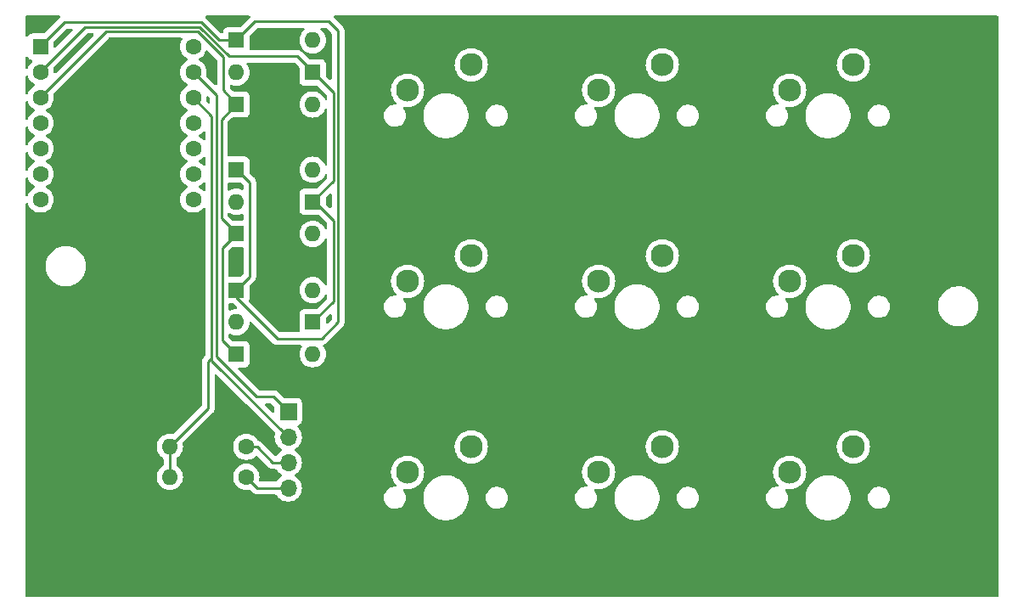
<source format=gbr>
%TF.GenerationSoftware,KiCad,Pcbnew,8.0.5+1*%
%TF.CreationDate,2024-10-20T23:16:08-06:00*%
%TF.ProjectId,Hackpad,4861636b-7061-4642-9e6b-696361645f70,rev?*%
%TF.SameCoordinates,Original*%
%TF.FileFunction,Copper,L1,Top*%
%TF.FilePolarity,Positive*%
%FSLAX46Y46*%
G04 Gerber Fmt 4.6, Leading zero omitted, Abs format (unit mm)*
G04 Created by KiCad (PCBNEW 8.0.5+1) date 2024-10-20 23:16:08*
%MOMM*%
%LPD*%
G01*
G04 APERTURE LIST*
%TA.AperFunction,ComponentPad*%
%ADD10C,2.300000*%
%TD*%
%TA.AperFunction,ComponentPad*%
%ADD11R,1.600000X1.600000*%
%TD*%
%TA.AperFunction,ComponentPad*%
%ADD12O,1.600000X1.600000*%
%TD*%
%TA.AperFunction,ComponentPad*%
%ADD13C,1.600000*%
%TD*%
%TA.AperFunction,ComponentPad*%
%ADD14R,1.700000X1.700000*%
%TD*%
%TA.AperFunction,ComponentPad*%
%ADD15O,1.700000X1.700000*%
%TD*%
%TA.AperFunction,Conductor*%
%ADD16C,0.250000*%
%TD*%
G04 APERTURE END LIST*
D10*
%TO.P,SW6,1,1*%
%TO.N,Net-(U1-PA7_A8_D8_SCK)*%
X73140000Y-60560000D03*
%TO.P,SW6,2,2*%
%TO.N,Net-(D6-A)*%
X79490000Y-58020000D03*
%TD*%
D11*
%TO.P,D3,1,K*%
%TO.N,column 0*%
X37000000Y-42370000D03*
D12*
%TO.P,D3,2,A*%
%TO.N,Net-(D3-A)*%
X44620000Y-42370000D03*
%TD*%
D10*
%TO.P,SW1,1,1*%
%TO.N,Net-(U1-PA6_A10_D10_MOSI)*%
X54090000Y-22460000D03*
%TO.P,SW1,2,2*%
%TO.N,Net-(D1-A)*%
X60440000Y-19920000D03*
%TD*%
D11*
%TO.P,D2,1,K*%
%TO.N,column 0*%
X37000000Y-30370000D03*
D12*
%TO.P,D2,2,A*%
%TO.N,Net-(D2-A)*%
X44620000Y-30370000D03*
%TD*%
D11*
%TO.P,D4,1,K*%
%TO.N,column 1*%
X44620000Y-20670000D03*
D12*
%TO.P,D4,2,A*%
%TO.N,Net-(D4-A)*%
X37000000Y-20670000D03*
%TD*%
D10*
%TO.P,SW7,1,1*%
%TO.N,Net-(U1-PA6_A10_D10_MOSI)*%
X92190000Y-22460000D03*
%TO.P,SW7,2,2*%
%TO.N,Net-(D7-A)*%
X98540000Y-19920000D03*
%TD*%
D11*
%TO.P,D6,1,K*%
%TO.N,column 1*%
X44620000Y-45570000D03*
D12*
%TO.P,D6,2,A*%
%TO.N,Net-(D6-A)*%
X37000000Y-45570000D03*
%TD*%
D10*
%TO.P,SW2,1,1*%
%TO.N,Net-(U1-PA5_A9_D9_MISO)*%
X54090000Y-41510000D03*
%TO.P,SW2,2,2*%
%TO.N,Net-(D2-A)*%
X60440000Y-38970000D03*
%TD*%
%TO.P,SW5,1,1*%
%TO.N,Net-(U1-PA5_A9_D9_MISO)*%
X73140000Y-41510000D03*
%TO.P,SW5,2,2*%
%TO.N,Net-(D5-A)*%
X79490000Y-38970000D03*
%TD*%
D11*
%TO.P,D8,1,K*%
%TO.N,column 2*%
X37000000Y-36770000D03*
D12*
%TO.P,D8,2,A*%
%TO.N,Net-(D8-A)*%
X44620000Y-36770000D03*
%TD*%
D13*
%TO.P,R1,1*%
%TO.N,Net-(SSD1306-Pin_3)*%
X38000000Y-58000000D03*
D12*
%TO.P,R1,2*%
%TO.N,Net-(SSD1306-Pin_2)*%
X30380000Y-58000000D03*
%TD*%
D10*
%TO.P,SW8,1,1*%
%TO.N,Net-(U1-PA5_A9_D9_MISO)*%
X92190000Y-41510000D03*
%TO.P,SW8,2,2*%
%TO.N,Net-(D8-A)*%
X98540000Y-38970000D03*
%TD*%
D14*
%TO.P,SSD1306,1,Pin_1*%
%TO.N,GND*%
X42190000Y-54500000D03*
D15*
%TO.P,SSD1306,2,Pin_2*%
%TO.N,Net-(SSD1306-Pin_2)*%
X42190000Y-57040000D03*
%TO.P,SSD1306,3,Pin_3*%
%TO.N,Net-(SSD1306-Pin_3)*%
X42190000Y-59580000D03*
%TO.P,SSD1306,4,Pin_4*%
%TO.N,Net-(SSD1306-Pin_4)*%
X42190000Y-62120000D03*
%TD*%
D10*
%TO.P,SW9,1,1*%
%TO.N,Net-(U1-PA7_A8_D8_SCK)*%
X92190000Y-60560000D03*
%TO.P,SW9,2,2*%
%TO.N,Net-(D9-A)*%
X98540000Y-58020000D03*
%TD*%
%TO.P,SW4,1,1*%
%TO.N,Net-(U1-PA6_A10_D10_MOSI)*%
X73140000Y-22460000D03*
%TO.P,SW4,2,2*%
%TO.N,Net-(D4-A)*%
X79490000Y-19920000D03*
%TD*%
D11*
%TO.P,D9,1,K*%
%TO.N,column 2*%
X37000000Y-48770000D03*
D12*
%TO.P,D9,2,A*%
%TO.N,Net-(D9-A)*%
X44620000Y-48770000D03*
%TD*%
D13*
%TO.P,R2,1*%
%TO.N,Net-(SSD1306-Pin_4)*%
X38000000Y-61000000D03*
D12*
%TO.P,R2,2*%
%TO.N,Net-(SSD1306-Pin_2)*%
X30380000Y-61000000D03*
%TD*%
D11*
%TO.P,D7,1,K*%
%TO.N,column 2*%
X37000000Y-23870000D03*
D12*
%TO.P,D7,2,A*%
%TO.N,Net-(D7-A)*%
X44620000Y-23870000D03*
%TD*%
D11*
%TO.P,U1,1,PA02_A0_D0*%
%TO.N,column 0*%
X17480000Y-18105000D03*
D13*
%TO.P,U1,2,PA4_A1_D1*%
%TO.N,column 1*%
X17480000Y-20645000D03*
%TO.P,U1,3,PA10_A2_D2*%
%TO.N,column 2*%
X17480000Y-23185000D03*
%TO.P,U1,4,PA11_A3_D3*%
%TO.N,unconnected-(U1-PA11_A3_D3-Pad4)*%
X17480000Y-25725000D03*
%TO.P,U1,5,PA8_A4_D4_SDA*%
%TO.N,Net-(SSD1306-Pin_4)*%
X17480000Y-28265000D03*
%TO.P,U1,6,PA9_A5_D5_SCL*%
%TO.N,Net-(SSD1306-Pin_3)*%
X17480000Y-30805000D03*
%TO.P,U1,7,PB08_A6_D6_TX*%
%TO.N,unconnected-(U1-PB08_A6_D6_TX-Pad7)*%
X17480000Y-33345000D03*
%TO.P,U1,8,PB09_A7_D7_RX*%
%TO.N,unconnected-(U1-PB09_A7_D7_RX-Pad8)*%
X32720000Y-33345000D03*
%TO.P,U1,9,PA7_A8_D8_SCK*%
%TO.N,Net-(U1-PA7_A8_D8_SCK)*%
X32720000Y-30805000D03*
%TO.P,U1,10,PA5_A9_D9_MISO*%
%TO.N,Net-(U1-PA5_A9_D9_MISO)*%
X32720000Y-28265000D03*
%TO.P,U1,11,PA6_A10_D10_MOSI*%
%TO.N,Net-(U1-PA6_A10_D10_MOSI)*%
X32720000Y-25725000D03*
%TO.P,U1,12,3V3*%
%TO.N,Net-(SSD1306-Pin_2)*%
X32720000Y-23185000D03*
%TO.P,U1,13,GND*%
%TO.N,GND*%
X32720000Y-20645000D03*
%TO.P,U1,14,5V*%
%TO.N,unconnected-(U1-5V-Pad14)*%
X32720000Y-18105000D03*
%TD*%
D11*
%TO.P,D5,1,K*%
%TO.N,column 1*%
X44620000Y-33570000D03*
D12*
%TO.P,D5,2,A*%
%TO.N,Net-(D5-A)*%
X37000000Y-33570000D03*
%TD*%
D11*
%TO.P,D1,1,K*%
%TO.N,column 0*%
X37000000Y-17470000D03*
D12*
%TO.P,D1,2,A*%
%TO.N,Net-(D1-A)*%
X44620000Y-17470000D03*
%TD*%
D10*
%TO.P,SW3,1,1*%
%TO.N,Net-(U1-PA7_A8_D8_SCK)*%
X54090000Y-60560000D03*
%TO.P,SW3,2,2*%
%TO.N,Net-(D3-A)*%
X60440000Y-58020000D03*
%TD*%
D16*
%TO.N,column 0*%
X35297792Y-17470000D02*
X33502792Y-15675000D01*
X38350000Y-41020000D02*
X37000000Y-42370000D01*
X38875000Y-15595000D02*
X37000000Y-17470000D01*
X38350000Y-31630000D02*
X38350000Y-41020000D01*
X33502792Y-15675000D02*
X19860000Y-15675000D01*
X19860000Y-15675000D02*
X17480000Y-18055000D01*
X37000000Y-42370000D02*
X37000000Y-43120000D01*
X46225000Y-15595000D02*
X38875000Y-15595000D01*
X41100000Y-47220000D02*
X45510000Y-47220000D01*
X45510000Y-47220000D02*
X47150000Y-45580000D01*
X37090000Y-30370000D02*
X38350000Y-31630000D01*
X37000000Y-17470000D02*
X35297792Y-17470000D01*
X47150000Y-45580000D02*
X47150000Y-16520000D01*
X37000000Y-43120000D02*
X41100000Y-47220000D01*
X47150000Y-16520000D02*
X46225000Y-15595000D01*
%TO.N,column 1*%
X46700000Y-43490000D02*
X46700000Y-35460000D01*
X21950000Y-16125000D02*
X17400000Y-20675000D01*
X46700000Y-31480000D02*
X46700000Y-22670000D01*
X46700000Y-22670000D02*
X43100000Y-19070000D01*
X44710000Y-33470000D02*
X46700000Y-31480000D01*
X43100000Y-19070000D02*
X36261396Y-19070000D01*
X33316396Y-16125000D02*
X21950000Y-16125000D01*
X44710000Y-45480000D02*
X46700000Y-43490000D01*
X46700000Y-35460000D02*
X44710000Y-33470000D01*
X33316396Y-16125000D02*
X36261396Y-19070000D01*
%TO.N,column 2*%
X35500000Y-35190000D02*
X37040000Y-36730000D01*
X37000000Y-23870000D02*
X35500000Y-25370000D01*
X33130000Y-16575000D02*
X35720000Y-19165000D01*
X37040000Y-36730000D02*
X35600000Y-38170000D01*
X35600000Y-47370000D02*
X36950000Y-48720000D01*
X17400000Y-23205000D02*
X24030000Y-16575000D01*
X35720000Y-22460000D02*
X37000000Y-23740000D01*
X24030000Y-16575000D02*
X33130000Y-16575000D01*
X35720000Y-19165000D02*
X35720000Y-22460000D01*
X35500000Y-25370000D02*
X35500000Y-35190000D01*
X35600000Y-38170000D02*
X35600000Y-47370000D01*
%TO.N,Net-(SSD1306-Pin_3)*%
X39055000Y-58000000D02*
X40635000Y-59580000D01*
X38000000Y-58000000D02*
X39055000Y-58000000D01*
X40635000Y-59580000D02*
X42190000Y-59580000D01*
%TO.N,Net-(SSD1306-Pin_2)*%
X34550000Y-49400000D02*
X42190000Y-57040000D01*
X34550000Y-25015000D02*
X32720000Y-23185000D01*
X34190000Y-54190000D02*
X30380000Y-58000000D01*
X30380000Y-61000000D02*
X30380000Y-58000000D01*
X34190000Y-49546396D02*
X34190000Y-54190000D01*
X34550000Y-49186396D02*
X34550000Y-25015000D01*
X34550000Y-49186396D02*
X34550000Y-49400000D01*
X34550000Y-49186396D02*
X34190000Y-49546396D01*
%TO.N,Net-(SSD1306-Pin_4)*%
X38000000Y-61000000D02*
X39120000Y-62120000D01*
X39120000Y-62120000D02*
X42190000Y-62120000D01*
%TO.N,GND*%
X39000000Y-53000000D02*
X40690000Y-53000000D01*
X32720000Y-20645000D02*
X35000000Y-22925000D01*
X35000000Y-49000000D02*
X39000000Y-53000000D01*
X40690000Y-53000000D02*
X42190000Y-54500000D01*
X35000000Y-22925000D02*
X35000000Y-49000000D01*
%TD*%
%TA.AperFunction,NonConductor*%
G36*
X38341772Y-15019685D02*
G01*
X38387527Y-15072489D01*
X38397471Y-15141647D01*
X38368446Y-15205203D01*
X38362414Y-15211681D01*
X37448915Y-16125181D01*
X37387592Y-16158666D01*
X37361234Y-16161500D01*
X36151345Y-16161500D01*
X36090797Y-16168011D01*
X36090795Y-16168011D01*
X35953795Y-16219111D01*
X35836739Y-16306739D01*
X35749111Y-16423795D01*
X35698011Y-16560795D01*
X35698011Y-16560797D01*
X35691500Y-16621345D01*
X35691500Y-16668441D01*
X35671815Y-16735480D01*
X35619011Y-16781235D01*
X35549853Y-16791179D01*
X35486297Y-16762154D01*
X35479819Y-16756122D01*
X33935378Y-15211681D01*
X33901893Y-15150358D01*
X33906877Y-15080666D01*
X33948749Y-15024733D01*
X34014213Y-15000316D01*
X34023059Y-15000000D01*
X38274733Y-15000000D01*
X38341772Y-15019685D01*
G37*
%TD.AperFunction*%
%TA.AperFunction,NonConductor*%
G36*
X19406772Y-15019685D02*
G01*
X19452527Y-15072489D01*
X19462471Y-15141647D01*
X19433446Y-15205203D01*
X19427414Y-15211681D01*
X17878915Y-16760181D01*
X17817592Y-16793666D01*
X17791234Y-16796500D01*
X16631345Y-16796500D01*
X16570797Y-16803011D01*
X16570795Y-16803011D01*
X16433795Y-16854111D01*
X16316739Y-16941739D01*
X16223796Y-17065896D01*
X16221010Y-17063810D01*
X16183389Y-17101406D01*
X16115111Y-17116234D01*
X16049655Y-17091795D01*
X16007803Y-17035847D01*
X16000000Y-16992553D01*
X16000000Y-15124000D01*
X16019685Y-15056961D01*
X16072489Y-15011206D01*
X16124000Y-15000000D01*
X19339733Y-15000000D01*
X19406772Y-15019685D01*
G37*
%TD.AperFunction*%
%TA.AperFunction,NonConductor*%
G36*
X20638272Y-16328185D02*
G01*
X20684027Y-16380989D01*
X20693971Y-16450147D01*
X20664946Y-16513703D01*
X20658914Y-16520181D01*
X19000181Y-18178914D01*
X18938858Y-18212399D01*
X18869166Y-18207415D01*
X18813233Y-18165543D01*
X18788816Y-18100079D01*
X18788500Y-18091233D01*
X18788500Y-17693766D01*
X18808185Y-17626727D01*
X18824819Y-17606085D01*
X20086085Y-16344819D01*
X20147408Y-16311334D01*
X20173766Y-16308500D01*
X20571233Y-16308500D01*
X20638272Y-16328185D01*
G37*
%TD.AperFunction*%
%TA.AperFunction,NonConductor*%
G36*
X16205203Y-19123733D02*
G01*
X16222437Y-19145121D01*
X16223796Y-19144104D01*
X16229110Y-19151203D01*
X16229111Y-19151204D01*
X16316739Y-19268261D01*
X16433796Y-19355889D01*
X16528159Y-19391085D01*
X16570793Y-19406987D01*
X16570799Y-19406989D01*
X16585499Y-19408569D01*
X16650048Y-19435305D01*
X16689897Y-19492696D01*
X16692393Y-19562521D01*
X16656742Y-19622611D01*
X16643377Y-19633425D01*
X16635700Y-19638802D01*
X16635696Y-19638805D01*
X16473806Y-19800695D01*
X16473803Y-19800698D01*
X16473802Y-19800700D01*
X16456297Y-19825700D01*
X16342476Y-19988252D01*
X16342475Y-19988254D01*
X16245718Y-20195750D01*
X16245711Y-20195770D01*
X16243774Y-20203001D01*
X16207409Y-20262661D01*
X16144562Y-20293189D01*
X16075186Y-20284894D01*
X16021309Y-20240408D01*
X16000035Y-20173856D01*
X16000000Y-20170906D01*
X16000000Y-19217446D01*
X16019685Y-19150407D01*
X16072489Y-19104652D01*
X16141647Y-19094708D01*
X16205203Y-19123733D01*
G37*
%TD.AperFunction*%
%TA.AperFunction,NonConductor*%
G36*
X22718273Y-16778185D02*
G01*
X22764028Y-16830989D01*
X22773972Y-16900147D01*
X22744947Y-16963703D01*
X22738915Y-16970181D01*
X19003300Y-20705794D01*
X18941977Y-20739279D01*
X18872285Y-20734295D01*
X18816352Y-20692423D01*
X18792091Y-20628920D01*
X18773543Y-20416913D01*
X18745675Y-20312910D01*
X18747337Y-20243060D01*
X18777766Y-20193136D01*
X22176086Y-16794819D01*
X22237409Y-16761334D01*
X22263767Y-16758500D01*
X22651234Y-16758500D01*
X22718273Y-16778185D01*
G37*
%TD.AperFunction*%
%TA.AperFunction,NonConductor*%
G36*
X43785508Y-16248185D02*
G01*
X43831263Y-16300989D01*
X43841207Y-16370147D01*
X43812182Y-16433703D01*
X43789597Y-16454070D01*
X43775700Y-16463802D01*
X43775696Y-16463805D01*
X43613806Y-16625695D01*
X43613803Y-16625698D01*
X43613802Y-16625700D01*
X43536933Y-16735480D01*
X43482476Y-16813252D01*
X43482475Y-16813254D01*
X43385718Y-17020750D01*
X43385714Y-17020761D01*
X43326457Y-17241910D01*
X43326456Y-17241918D01*
X43306502Y-17469998D01*
X43306502Y-17470001D01*
X43326456Y-17698081D01*
X43326457Y-17698089D01*
X43385714Y-17919238D01*
X43385718Y-17919249D01*
X43472334Y-18104998D01*
X43482477Y-18126749D01*
X43613802Y-18314300D01*
X43775700Y-18476198D01*
X43963251Y-18607523D01*
X44088091Y-18665736D01*
X44170750Y-18704281D01*
X44170752Y-18704281D01*
X44170757Y-18704284D01*
X44391913Y-18763543D01*
X44554832Y-18777796D01*
X44619998Y-18783498D01*
X44620000Y-18783498D01*
X44620002Y-18783498D01*
X44677021Y-18778509D01*
X44848087Y-18763543D01*
X45069243Y-18704284D01*
X45276749Y-18607523D01*
X45464300Y-18476198D01*
X45626198Y-18314300D01*
X45757523Y-18126749D01*
X45854284Y-17919243D01*
X45913543Y-17698087D01*
X45933498Y-17470000D01*
X45931595Y-17448254D01*
X45923012Y-17350147D01*
X45913543Y-17241913D01*
X45854284Y-17020757D01*
X45841132Y-16992553D01*
X45757524Y-16813254D01*
X45757523Y-16813252D01*
X45757523Y-16813251D01*
X45626198Y-16625700D01*
X45464300Y-16463802D01*
X45450404Y-16454072D01*
X45406782Y-16399497D01*
X45399590Y-16329998D01*
X45431113Y-16267644D01*
X45491343Y-16232231D01*
X45521531Y-16228500D01*
X45911234Y-16228500D01*
X45978273Y-16248185D01*
X45998915Y-16264819D01*
X46480181Y-16746085D01*
X46513666Y-16807408D01*
X46516500Y-16833766D01*
X46516500Y-21291234D01*
X46496815Y-21358273D01*
X46444011Y-21404028D01*
X46374853Y-21413972D01*
X46311297Y-21384947D01*
X46304819Y-21378915D01*
X45964819Y-21038915D01*
X45931334Y-20977592D01*
X45928500Y-20951234D01*
X45928500Y-19821362D01*
X45928499Y-19821345D01*
X45925157Y-19790270D01*
X45921989Y-19760799D01*
X45870889Y-19623796D01*
X45783261Y-19506739D01*
X45666204Y-19419111D01*
X45529203Y-19368011D01*
X45468654Y-19361500D01*
X45468638Y-19361500D01*
X44338766Y-19361500D01*
X44271727Y-19341815D01*
X44251085Y-19325181D01*
X43503836Y-18577931D01*
X43503832Y-18577928D01*
X43400081Y-18508603D01*
X43400072Y-18508598D01*
X43284785Y-18460845D01*
X43284777Y-18460843D01*
X43162398Y-18436500D01*
X43162394Y-18436500D01*
X38432500Y-18436500D01*
X38365461Y-18416815D01*
X38319706Y-18364011D01*
X38308500Y-18312500D01*
X38308500Y-17108766D01*
X38328185Y-17041727D01*
X38344819Y-17021085D01*
X39101085Y-16264819D01*
X39162408Y-16231334D01*
X39188766Y-16228500D01*
X43718469Y-16228500D01*
X43785508Y-16248185D01*
G37*
%TD.AperFunction*%
%TA.AperFunction,NonConductor*%
G36*
X34122008Y-18475485D02*
G01*
X34160897Y-18501801D01*
X35050181Y-19391085D01*
X35083666Y-19452408D01*
X35086500Y-19478766D01*
X35086500Y-21816234D01*
X35066815Y-21883273D01*
X35014011Y-21929028D01*
X34944853Y-21938972D01*
X34881297Y-21909947D01*
X34874819Y-21903915D01*
X34028335Y-21057431D01*
X33994850Y-20996108D01*
X33996240Y-20937658D01*
X34013543Y-20873087D01*
X34033498Y-20645000D01*
X34013543Y-20416913D01*
X33954284Y-20195757D01*
X33944071Y-20173856D01*
X33869182Y-20013254D01*
X33857523Y-19988251D01*
X33726198Y-19800700D01*
X33564300Y-19638802D01*
X33376749Y-19507477D01*
X33375166Y-19506739D01*
X33333655Y-19487382D01*
X33281215Y-19441210D01*
X33262063Y-19374017D01*
X33282278Y-19307136D01*
X33333655Y-19262618D01*
X33336882Y-19261112D01*
X33376749Y-19242523D01*
X33564300Y-19111198D01*
X33726198Y-18949300D01*
X33857523Y-18761749D01*
X33954284Y-18554243D01*
X33954286Y-18554234D01*
X33956138Y-18549149D01*
X33958045Y-18549843D01*
X33989789Y-18497743D01*
X34052631Y-18467203D01*
X34122008Y-18475485D01*
G37*
%TD.AperFunction*%
%TA.AperFunction,NonConductor*%
G36*
X16205203Y-21025380D02*
G01*
X16242977Y-21084158D01*
X16243775Y-21087001D01*
X16245712Y-21094233D01*
X16245718Y-21094249D01*
X16257376Y-21119249D01*
X16342477Y-21301749D01*
X16473802Y-21489300D01*
X16635700Y-21651198D01*
X16823251Y-21782523D01*
X16866345Y-21802618D01*
X16918784Y-21848791D01*
X16937936Y-21915984D01*
X16917720Y-21982865D01*
X16866345Y-22027382D01*
X16823251Y-22047476D01*
X16725967Y-22115596D01*
X16635700Y-22178802D01*
X16635698Y-22178803D01*
X16635695Y-22178806D01*
X16473806Y-22340695D01*
X16342476Y-22528252D01*
X16342475Y-22528254D01*
X16245718Y-22735750D01*
X16245711Y-22735770D01*
X16243774Y-22743001D01*
X16207409Y-22802661D01*
X16144562Y-22833189D01*
X16075186Y-22824894D01*
X16021309Y-22780408D01*
X16000035Y-22713856D01*
X16000000Y-22710906D01*
X16000000Y-21119093D01*
X16019685Y-21052054D01*
X16072489Y-21006299D01*
X16141647Y-20996355D01*
X16205203Y-21025380D01*
G37*
%TD.AperFunction*%
%TA.AperFunction,NonConductor*%
G36*
X34227747Y-23050854D02*
G01*
X34242703Y-23063607D01*
X34330181Y-23151085D01*
X34363666Y-23212408D01*
X34366500Y-23238766D01*
X34366500Y-23636234D01*
X34346815Y-23703273D01*
X34294011Y-23749028D01*
X34224853Y-23758972D01*
X34161297Y-23729947D01*
X34154819Y-23723915D01*
X34028335Y-23597431D01*
X33994850Y-23536108D01*
X33996240Y-23477658D01*
X34013543Y-23413087D01*
X34033498Y-23185000D01*
X34031494Y-23162095D01*
X34045260Y-23093596D01*
X34093875Y-23043413D01*
X34161904Y-23027479D01*
X34227747Y-23050854D01*
G37*
%TD.AperFunction*%
%TA.AperFunction,NonConductor*%
G36*
X16205203Y-23565380D02*
G01*
X16242977Y-23624158D01*
X16243775Y-23627001D01*
X16245712Y-23634233D01*
X16245718Y-23634249D01*
X16342475Y-23841745D01*
X16342477Y-23841749D01*
X16473802Y-24029300D01*
X16635700Y-24191198D01*
X16790337Y-24299476D01*
X16823251Y-24322523D01*
X16866345Y-24342618D01*
X16918784Y-24388791D01*
X16937936Y-24455984D01*
X16917720Y-24522865D01*
X16866345Y-24567382D01*
X16823251Y-24587476D01*
X16698126Y-24675090D01*
X16635700Y-24718802D01*
X16635698Y-24718803D01*
X16635695Y-24718806D01*
X16473806Y-24880695D01*
X16342476Y-25068252D01*
X16342475Y-25068254D01*
X16245718Y-25275750D01*
X16245711Y-25275770D01*
X16243774Y-25283001D01*
X16207409Y-25342661D01*
X16144562Y-25373189D01*
X16075186Y-25364894D01*
X16021309Y-25320408D01*
X16000035Y-25253856D01*
X16000000Y-25250906D01*
X16000000Y-23659093D01*
X16019685Y-23592054D01*
X16072489Y-23546299D01*
X16141647Y-23536355D01*
X16205203Y-23565380D01*
G37*
%TD.AperFunction*%
%TA.AperFunction,NonConductor*%
G36*
X33835834Y-26562178D02*
G01*
X33891767Y-26604050D01*
X33916184Y-26669514D01*
X33916500Y-26678360D01*
X33916500Y-27311640D01*
X33896815Y-27378679D01*
X33844011Y-27424434D01*
X33774853Y-27434378D01*
X33711297Y-27405353D01*
X33704819Y-27399321D01*
X33564304Y-27258806D01*
X33564300Y-27258802D01*
X33376749Y-27127477D01*
X33333655Y-27107382D01*
X33281215Y-27061210D01*
X33262063Y-26994017D01*
X33282278Y-26927136D01*
X33333655Y-26882618D01*
X33336882Y-26881112D01*
X33376749Y-26862523D01*
X33564300Y-26731198D01*
X33704819Y-26590679D01*
X33766142Y-26557194D01*
X33835834Y-26562178D01*
G37*
%TD.AperFunction*%
%TA.AperFunction,NonConductor*%
G36*
X16205203Y-26105380D02*
G01*
X16242977Y-26164158D01*
X16243775Y-26167001D01*
X16245712Y-26174233D01*
X16245718Y-26174249D01*
X16342475Y-26381745D01*
X16342477Y-26381749D01*
X16473802Y-26569300D01*
X16635700Y-26731198D01*
X16823251Y-26862523D01*
X16866345Y-26882618D01*
X16918784Y-26928791D01*
X16937936Y-26995984D01*
X16917720Y-27062865D01*
X16866345Y-27107382D01*
X16823251Y-27127476D01*
X16711112Y-27205998D01*
X16635700Y-27258802D01*
X16635698Y-27258803D01*
X16635695Y-27258806D01*
X16473806Y-27420695D01*
X16473803Y-27420698D01*
X16473802Y-27420700D01*
X16464225Y-27434378D01*
X16342476Y-27608252D01*
X16342475Y-27608254D01*
X16245718Y-27815750D01*
X16245711Y-27815770D01*
X16243774Y-27823001D01*
X16207409Y-27882661D01*
X16144562Y-27913189D01*
X16075186Y-27904894D01*
X16021309Y-27860408D01*
X16000035Y-27793856D01*
X16000000Y-27790906D01*
X16000000Y-26199093D01*
X16019685Y-26132054D01*
X16072489Y-26086299D01*
X16141647Y-26076355D01*
X16205203Y-26105380D01*
G37*
%TD.AperFunction*%
%TA.AperFunction,NonConductor*%
G36*
X33835834Y-29102178D02*
G01*
X33891767Y-29144050D01*
X33916184Y-29209514D01*
X33916500Y-29218360D01*
X33916500Y-29851640D01*
X33896815Y-29918679D01*
X33844011Y-29964434D01*
X33774853Y-29974378D01*
X33711297Y-29945353D01*
X33704819Y-29939321D01*
X33564304Y-29798806D01*
X33564300Y-29798802D01*
X33376749Y-29667477D01*
X33333655Y-29647382D01*
X33281215Y-29601210D01*
X33262063Y-29534017D01*
X33282278Y-29467136D01*
X33333655Y-29422618D01*
X33336882Y-29421112D01*
X33376749Y-29402523D01*
X33564300Y-29271198D01*
X33704819Y-29130679D01*
X33766142Y-29097194D01*
X33835834Y-29102178D01*
G37*
%TD.AperFunction*%
%TA.AperFunction,NonConductor*%
G36*
X16205203Y-28645380D02*
G01*
X16242977Y-28704158D01*
X16243775Y-28707001D01*
X16245712Y-28714233D01*
X16245718Y-28714249D01*
X16342475Y-28921745D01*
X16342477Y-28921749D01*
X16473802Y-29109300D01*
X16635700Y-29271198D01*
X16767952Y-29363802D01*
X16823251Y-29402523D01*
X16866345Y-29422618D01*
X16918784Y-29468791D01*
X16937936Y-29535984D01*
X16917720Y-29602865D01*
X16866345Y-29647382D01*
X16823251Y-29667476D01*
X16698126Y-29755090D01*
X16635700Y-29798802D01*
X16635698Y-29798803D01*
X16635695Y-29798806D01*
X16473806Y-29960695D01*
X16473803Y-29960698D01*
X16473802Y-29960700D01*
X16464225Y-29974378D01*
X16342476Y-30148252D01*
X16342475Y-30148254D01*
X16245718Y-30355750D01*
X16245711Y-30355770D01*
X16243774Y-30363001D01*
X16207409Y-30422661D01*
X16144562Y-30453189D01*
X16075186Y-30444894D01*
X16021309Y-30400408D01*
X16000035Y-30333856D01*
X16000000Y-30330906D01*
X16000000Y-28739093D01*
X16019685Y-28672054D01*
X16072489Y-28626299D01*
X16141647Y-28616355D01*
X16205203Y-28645380D01*
G37*
%TD.AperFunction*%
%TA.AperFunction,NonConductor*%
G36*
X37518273Y-31698185D02*
G01*
X37538915Y-31714819D01*
X37680181Y-31856085D01*
X37713666Y-31917408D01*
X37716500Y-31943766D01*
X37716500Y-32265698D01*
X37696815Y-32332737D01*
X37644011Y-32378492D01*
X37574853Y-32388436D01*
X37540096Y-32378081D01*
X37460883Y-32341144D01*
X37449243Y-32335716D01*
X37449240Y-32335715D01*
X37449238Y-32335714D01*
X37228089Y-32276457D01*
X37228081Y-32276456D01*
X37000002Y-32256502D01*
X36999998Y-32256502D01*
X36771918Y-32276456D01*
X36771910Y-32276457D01*
X36550761Y-32335714D01*
X36550750Y-32335718D01*
X36343254Y-32432475D01*
X36343248Y-32432478D01*
X36328622Y-32442720D01*
X36262416Y-32465047D01*
X36194649Y-32448035D01*
X36146836Y-32397087D01*
X36133500Y-32341144D01*
X36133500Y-31802500D01*
X36153185Y-31735461D01*
X36205989Y-31689706D01*
X36257500Y-31678500D01*
X37451234Y-31678500D01*
X37518273Y-31698185D01*
G37*
%TD.AperFunction*%
%TA.AperFunction,NonConductor*%
G36*
X33835834Y-31642178D02*
G01*
X33891767Y-31684050D01*
X33916184Y-31749514D01*
X33916500Y-31758360D01*
X33916500Y-32391640D01*
X33896815Y-32458679D01*
X33844011Y-32504434D01*
X33774853Y-32514378D01*
X33711297Y-32485353D01*
X33704819Y-32479321D01*
X33564304Y-32338806D01*
X33564300Y-32338802D01*
X33376749Y-32207477D01*
X33333655Y-32187382D01*
X33281215Y-32141210D01*
X33262063Y-32074017D01*
X33282278Y-32007136D01*
X33333655Y-31962618D01*
X33336882Y-31961112D01*
X33376749Y-31942523D01*
X33564300Y-31811198D01*
X33704819Y-31670679D01*
X33766142Y-31637194D01*
X33835834Y-31642178D01*
G37*
%TD.AperFunction*%
%TA.AperFunction,NonConductor*%
G36*
X16205203Y-31185380D02*
G01*
X16242977Y-31244158D01*
X16243775Y-31247001D01*
X16245712Y-31254233D01*
X16245718Y-31254249D01*
X16334767Y-31445215D01*
X16342477Y-31461749D01*
X16473802Y-31649300D01*
X16635700Y-31811198D01*
X16823251Y-31942523D01*
X16866345Y-31962618D01*
X16918784Y-32008791D01*
X16937936Y-32075984D01*
X16917720Y-32142865D01*
X16866345Y-32187382D01*
X16823251Y-32207476D01*
X16698126Y-32295090D01*
X16635700Y-32338802D01*
X16635698Y-32338803D01*
X16635695Y-32338806D01*
X16473806Y-32500695D01*
X16473803Y-32500698D01*
X16473802Y-32500700D01*
X16414073Y-32586002D01*
X16342476Y-32688252D01*
X16342475Y-32688254D01*
X16245718Y-32895750D01*
X16245711Y-32895770D01*
X16243774Y-32903001D01*
X16207409Y-32962661D01*
X16144562Y-32993189D01*
X16075186Y-32984894D01*
X16021309Y-32940408D01*
X16000035Y-32873856D01*
X16000000Y-32870906D01*
X16000000Y-31279093D01*
X16019685Y-31212054D01*
X16072489Y-31166299D01*
X16141647Y-31156355D01*
X16205203Y-31185380D01*
G37*
%TD.AperFunction*%
%TA.AperFunction,NonConductor*%
G36*
X46435834Y-32742584D02*
G01*
X46491767Y-32784456D01*
X46516184Y-32849920D01*
X46516500Y-32858766D01*
X46516500Y-34081234D01*
X46496815Y-34148273D01*
X46444011Y-34194028D01*
X46374853Y-34203972D01*
X46311297Y-34174947D01*
X46304819Y-34168915D01*
X45964819Y-33828915D01*
X45931334Y-33767592D01*
X45928500Y-33741234D01*
X45928500Y-33198766D01*
X45948185Y-33131727D01*
X45964819Y-33111085D01*
X46304819Y-32771085D01*
X46366142Y-32737600D01*
X46435834Y-32742584D01*
G37*
%TD.AperFunction*%
%TA.AperFunction,NonConductor*%
G36*
X36328624Y-34697281D02*
G01*
X36343251Y-34707523D01*
X36395348Y-34731816D01*
X36550750Y-34804281D01*
X36550752Y-34804281D01*
X36550757Y-34804284D01*
X36771913Y-34863543D01*
X36934832Y-34877796D01*
X36999998Y-34883498D01*
X37000000Y-34883498D01*
X37000002Y-34883498D01*
X37057139Y-34878499D01*
X37228087Y-34863543D01*
X37449243Y-34804284D01*
X37540095Y-34761918D01*
X37609173Y-34751427D01*
X37672957Y-34779947D01*
X37711196Y-34838424D01*
X37716500Y-34874301D01*
X37716500Y-35337500D01*
X37696815Y-35404539D01*
X37644011Y-35450294D01*
X37592500Y-35461500D01*
X36718766Y-35461500D01*
X36651727Y-35441815D01*
X36631085Y-35425181D01*
X36169819Y-34963915D01*
X36136334Y-34902592D01*
X36133500Y-34876234D01*
X36133500Y-34798855D01*
X36153185Y-34731816D01*
X36205989Y-34686061D01*
X36275147Y-34676117D01*
X36328624Y-34697281D01*
G37*
%TD.AperFunction*%
%TA.AperFunction,NonConductor*%
G36*
X37659539Y-38098185D02*
G01*
X37705294Y-38150989D01*
X37716500Y-38202500D01*
X37716500Y-40706234D01*
X37696815Y-40773273D01*
X37680181Y-40793915D01*
X37448915Y-41025181D01*
X37387592Y-41058666D01*
X37361234Y-41061500D01*
X36357500Y-41061500D01*
X36290461Y-41041815D01*
X36244706Y-40989011D01*
X36233500Y-40937500D01*
X36233500Y-38483766D01*
X36253185Y-38416727D01*
X36269819Y-38396085D01*
X36551085Y-38114819D01*
X36612408Y-38081334D01*
X36638766Y-38078500D01*
X37592500Y-38078500D01*
X37659539Y-38098185D01*
G37*
%TD.AperFunction*%
%TA.AperFunction,NonConductor*%
G36*
X36678273Y-43698185D02*
G01*
X36698915Y-43714819D01*
X37033209Y-44049113D01*
X37066694Y-44110436D01*
X37061710Y-44180128D01*
X37019838Y-44236061D01*
X36956335Y-44260322D01*
X36771918Y-44276456D01*
X36771910Y-44276457D01*
X36550761Y-44335714D01*
X36550750Y-44335718D01*
X36409904Y-44401396D01*
X36340827Y-44411888D01*
X36277043Y-44383368D01*
X36238804Y-44324891D01*
X36233500Y-44289014D01*
X36233500Y-43802500D01*
X36253185Y-43735461D01*
X36305989Y-43689706D01*
X36357500Y-43678500D01*
X36611234Y-43678500D01*
X36678273Y-43698185D01*
G37*
%TD.AperFunction*%
%TA.AperFunction,NonConductor*%
G36*
X46435834Y-44752584D02*
G01*
X46491767Y-44794456D01*
X46516184Y-44859920D01*
X46516500Y-44868766D01*
X46516500Y-45266234D01*
X46496815Y-45333273D01*
X46480181Y-45353915D01*
X46140181Y-45693915D01*
X46078858Y-45727400D01*
X46009166Y-45722416D01*
X45953233Y-45680544D01*
X45928816Y-45615080D01*
X45928500Y-45606234D01*
X45928500Y-45208766D01*
X45948185Y-45141727D01*
X45964819Y-45121085D01*
X46304819Y-44781085D01*
X46366142Y-44747600D01*
X46435834Y-44752584D01*
G37*
%TD.AperFunction*%
%TA.AperFunction,NonConductor*%
G36*
X42853273Y-19723185D02*
G01*
X42873915Y-19739819D01*
X43275181Y-20141085D01*
X43308666Y-20202408D01*
X43311500Y-20228766D01*
X43311500Y-21518654D01*
X43318011Y-21579202D01*
X43318011Y-21579204D01*
X43354189Y-21676198D01*
X43369111Y-21716204D01*
X43456739Y-21833261D01*
X43573796Y-21920889D01*
X43710799Y-21971989D01*
X43738050Y-21974918D01*
X43771345Y-21978499D01*
X43771362Y-21978500D01*
X45061234Y-21978500D01*
X45128273Y-21998185D01*
X45148915Y-22014819D01*
X46030181Y-22896085D01*
X46063666Y-22957408D01*
X46066500Y-22983766D01*
X46066500Y-23316527D01*
X46046815Y-23383566D01*
X45994011Y-23429321D01*
X45924853Y-23439265D01*
X45861297Y-23410240D01*
X45830118Y-23368932D01*
X45757523Y-23213251D01*
X45756933Y-23212408D01*
X45626198Y-23025700D01*
X45464300Y-22863802D01*
X45276749Y-22732477D01*
X45276745Y-22732475D01*
X45069249Y-22635718D01*
X45069238Y-22635714D01*
X44848089Y-22576457D01*
X44848081Y-22576456D01*
X44620002Y-22556502D01*
X44619998Y-22556502D01*
X44391918Y-22576456D01*
X44391910Y-22576457D01*
X44170761Y-22635714D01*
X44170750Y-22635718D01*
X43963254Y-22732475D01*
X43963252Y-22732476D01*
X43902276Y-22775172D01*
X43775700Y-22863802D01*
X43775698Y-22863803D01*
X43775695Y-22863806D01*
X43613806Y-23025695D01*
X43613803Y-23025698D01*
X43613802Y-23025700D01*
X43531767Y-23142856D01*
X43482476Y-23213252D01*
X43482475Y-23213254D01*
X43385718Y-23420750D01*
X43385714Y-23420761D01*
X43326457Y-23641910D01*
X43326456Y-23641918D01*
X43306502Y-23869998D01*
X43306502Y-23870001D01*
X43326456Y-24098081D01*
X43326457Y-24098089D01*
X43385714Y-24319238D01*
X43385718Y-24319249D01*
X43479894Y-24521210D01*
X43482477Y-24526749D01*
X43613802Y-24714300D01*
X43775700Y-24876198D01*
X43963251Y-25007523D01*
X44018445Y-25033260D01*
X44170750Y-25104281D01*
X44170752Y-25104281D01*
X44170757Y-25104284D01*
X44391913Y-25163543D01*
X44554832Y-25177796D01*
X44619998Y-25183498D01*
X44620000Y-25183498D01*
X44620002Y-25183498D01*
X44677139Y-25178499D01*
X44848087Y-25163543D01*
X45069243Y-25104284D01*
X45276749Y-25007523D01*
X45464300Y-24876198D01*
X45626198Y-24714300D01*
X45757523Y-24526749D01*
X45814596Y-24404354D01*
X45830118Y-24371068D01*
X45876290Y-24318628D01*
X45943483Y-24299476D01*
X46010365Y-24319692D01*
X46055699Y-24372857D01*
X46066500Y-24423472D01*
X46066500Y-29816527D01*
X46046815Y-29883566D01*
X45994011Y-29929321D01*
X45924853Y-29939265D01*
X45861297Y-29910240D01*
X45830118Y-29868932D01*
X45757523Y-29713251D01*
X45626198Y-29525700D01*
X45464300Y-29363802D01*
X45276749Y-29232477D01*
X45246475Y-29218360D01*
X45069249Y-29135718D01*
X45069238Y-29135714D01*
X44848089Y-29076457D01*
X44848081Y-29076456D01*
X44620002Y-29056502D01*
X44619998Y-29056502D01*
X44391918Y-29076456D01*
X44391910Y-29076457D01*
X44170761Y-29135714D01*
X44170750Y-29135718D01*
X43963254Y-29232475D01*
X43963252Y-29232476D01*
X43963251Y-29232477D01*
X43775700Y-29363802D01*
X43775698Y-29363803D01*
X43775695Y-29363806D01*
X43613806Y-29525695D01*
X43613803Y-29525698D01*
X43613802Y-29525700D01*
X43531767Y-29642856D01*
X43482476Y-29713252D01*
X43482475Y-29713254D01*
X43385718Y-29920750D01*
X43385714Y-29920761D01*
X43326457Y-30141910D01*
X43326456Y-30141918D01*
X43306502Y-30369998D01*
X43306502Y-30370001D01*
X43326456Y-30598081D01*
X43326457Y-30598089D01*
X43385714Y-30819238D01*
X43385718Y-30819249D01*
X43385925Y-30819692D01*
X43482477Y-31026749D01*
X43613802Y-31214300D01*
X43775700Y-31376198D01*
X43963251Y-31507523D01*
X44088091Y-31565736D01*
X44170750Y-31604281D01*
X44170752Y-31604281D01*
X44170757Y-31604284D01*
X44391913Y-31663543D01*
X44554832Y-31677796D01*
X44619998Y-31683498D01*
X44620000Y-31683498D01*
X44620002Y-31683498D01*
X44677127Y-31678500D01*
X44848087Y-31663543D01*
X45069243Y-31604284D01*
X45276749Y-31507523D01*
X45464300Y-31376198D01*
X45626198Y-31214300D01*
X45757523Y-31026749D01*
X45830118Y-30871068D01*
X45876290Y-30818628D01*
X45943483Y-30799476D01*
X46010365Y-30819692D01*
X46055699Y-30872857D01*
X46066500Y-30923472D01*
X46066500Y-31166234D01*
X46046815Y-31233273D01*
X46030181Y-31253915D01*
X45058915Y-32225181D01*
X44997592Y-32258666D01*
X44971234Y-32261500D01*
X43771345Y-32261500D01*
X43710797Y-32268011D01*
X43710795Y-32268011D01*
X43573795Y-32319111D01*
X43456739Y-32406739D01*
X43369111Y-32523795D01*
X43318011Y-32660795D01*
X43318011Y-32660797D01*
X43311500Y-32721345D01*
X43311500Y-34418654D01*
X43318011Y-34479202D01*
X43318011Y-34479204D01*
X43369111Y-34616204D01*
X43456739Y-34733261D01*
X43573796Y-34820889D01*
X43710799Y-34871989D01*
X43738050Y-34874918D01*
X43771345Y-34878499D01*
X43771362Y-34878500D01*
X45171234Y-34878500D01*
X45238273Y-34898185D01*
X45258915Y-34914819D01*
X46030181Y-35686085D01*
X46063666Y-35747408D01*
X46066500Y-35773766D01*
X46066500Y-36216527D01*
X46046815Y-36283566D01*
X45994011Y-36329321D01*
X45924853Y-36339265D01*
X45861297Y-36310240D01*
X45830118Y-36268932D01*
X45757523Y-36113251D01*
X45626198Y-35925700D01*
X45464300Y-35763802D01*
X45276749Y-35632477D01*
X45276745Y-35632475D01*
X45069249Y-35535718D01*
X45069238Y-35535714D01*
X44848089Y-35476457D01*
X44848081Y-35476456D01*
X44620002Y-35456502D01*
X44619998Y-35456502D01*
X44391918Y-35476456D01*
X44391910Y-35476457D01*
X44170761Y-35535714D01*
X44170750Y-35535718D01*
X43963254Y-35632475D01*
X43963252Y-35632476D01*
X43963251Y-35632477D01*
X43775700Y-35763802D01*
X43775698Y-35763803D01*
X43775695Y-35763806D01*
X43613806Y-35925695D01*
X43482476Y-36113252D01*
X43482475Y-36113254D01*
X43385718Y-36320750D01*
X43385714Y-36320761D01*
X43326457Y-36541910D01*
X43326456Y-36541918D01*
X43306502Y-36769998D01*
X43306502Y-36770001D01*
X43326456Y-36998081D01*
X43326457Y-36998089D01*
X43385714Y-37219238D01*
X43385718Y-37219249D01*
X43482475Y-37426745D01*
X43482477Y-37426749D01*
X43613802Y-37614300D01*
X43775700Y-37776198D01*
X43963251Y-37907523D01*
X44088091Y-37965736D01*
X44170750Y-38004281D01*
X44170752Y-38004281D01*
X44170757Y-38004284D01*
X44391913Y-38063543D01*
X44554832Y-38077796D01*
X44619998Y-38083498D01*
X44620000Y-38083498D01*
X44620002Y-38083498D01*
X44677127Y-38078500D01*
X44848087Y-38063543D01*
X45069243Y-38004284D01*
X45276749Y-37907523D01*
X45464300Y-37776198D01*
X45626198Y-37614300D01*
X45757523Y-37426749D01*
X45830118Y-37271068D01*
X45876290Y-37218628D01*
X45943483Y-37199476D01*
X46010365Y-37219692D01*
X46055699Y-37272857D01*
X46066500Y-37323472D01*
X46066500Y-41816527D01*
X46046815Y-41883566D01*
X45994011Y-41929321D01*
X45924853Y-41939265D01*
X45861297Y-41910240D01*
X45830118Y-41868932D01*
X45757523Y-41713251D01*
X45725084Y-41666924D01*
X45626198Y-41525700D01*
X45464300Y-41363802D01*
X45276749Y-41232477D01*
X45276745Y-41232475D01*
X45069249Y-41135718D01*
X45069238Y-41135714D01*
X44848089Y-41076457D01*
X44848081Y-41076456D01*
X44620002Y-41056502D01*
X44619998Y-41056502D01*
X44391918Y-41076456D01*
X44391910Y-41076457D01*
X44170761Y-41135714D01*
X44170750Y-41135718D01*
X43963254Y-41232475D01*
X43963252Y-41232476D01*
X43963251Y-41232477D01*
X43775700Y-41363802D01*
X43775698Y-41363803D01*
X43775695Y-41363806D01*
X43613806Y-41525695D01*
X43482476Y-41713252D01*
X43482475Y-41713254D01*
X43385718Y-41920750D01*
X43385714Y-41920761D01*
X43326457Y-42141910D01*
X43326456Y-42141918D01*
X43306502Y-42369998D01*
X43306502Y-42370001D01*
X43326456Y-42598081D01*
X43326457Y-42598089D01*
X43385714Y-42819238D01*
X43385718Y-42819249D01*
X43482475Y-43026745D01*
X43482477Y-43026749D01*
X43613802Y-43214300D01*
X43775700Y-43376198D01*
X43963251Y-43507523D01*
X44088091Y-43565736D01*
X44170750Y-43604281D01*
X44170752Y-43604281D01*
X44170757Y-43604284D01*
X44391913Y-43663543D01*
X44554832Y-43677796D01*
X44619998Y-43683498D01*
X44620000Y-43683498D01*
X44620002Y-43683498D01*
X44677127Y-43678500D01*
X44848087Y-43663543D01*
X45069243Y-43604284D01*
X45276749Y-43507523D01*
X45464300Y-43376198D01*
X45626198Y-43214300D01*
X45757523Y-43026749D01*
X45830118Y-42871068D01*
X45876290Y-42818628D01*
X45943483Y-42799476D01*
X46010365Y-42819692D01*
X46055699Y-42872857D01*
X46066500Y-42923472D01*
X46066500Y-43176234D01*
X46046815Y-43243273D01*
X46030181Y-43263915D01*
X45068915Y-44225181D01*
X45007592Y-44258666D01*
X44981234Y-44261500D01*
X43771345Y-44261500D01*
X43710797Y-44268011D01*
X43710795Y-44268011D01*
X43573795Y-44319111D01*
X43456739Y-44406739D01*
X43369111Y-44523795D01*
X43318011Y-44660795D01*
X43318011Y-44660797D01*
X43311500Y-44721345D01*
X43311500Y-46418654D01*
X43314790Y-46449244D01*
X43302386Y-46518003D01*
X43254776Y-46569141D01*
X43191501Y-46586500D01*
X41413767Y-46586500D01*
X41346728Y-46566815D01*
X41326086Y-46550181D01*
X38291270Y-43515366D01*
X38257785Y-43454043D01*
X38262768Y-43384353D01*
X38301989Y-43279201D01*
X38307537Y-43227596D01*
X38308499Y-43218654D01*
X38308500Y-43218637D01*
X38308500Y-42008766D01*
X38328185Y-41941727D01*
X38344819Y-41921085D01*
X38842068Y-41423836D01*
X38842071Y-41423833D01*
X38911400Y-41320075D01*
X38959155Y-41204785D01*
X38983500Y-41082394D01*
X38983500Y-40957607D01*
X38983500Y-31567606D01*
X38959155Y-31445215D01*
X38922218Y-31356043D01*
X38911401Y-31329927D01*
X38911396Y-31329918D01*
X38842072Y-31226168D01*
X38801284Y-31185380D01*
X38753833Y-31137929D01*
X38344819Y-30728915D01*
X38311334Y-30667592D01*
X38308500Y-30641234D01*
X38308500Y-29521362D01*
X38308499Y-29521345D01*
X38302670Y-29467136D01*
X38301989Y-29460799D01*
X38250889Y-29323796D01*
X38163261Y-29206739D01*
X38046204Y-29119111D01*
X38019900Y-29109300D01*
X37909203Y-29068011D01*
X37848654Y-29061500D01*
X37848638Y-29061500D01*
X36257500Y-29061500D01*
X36190461Y-29041815D01*
X36144706Y-28989011D01*
X36133500Y-28937500D01*
X36133500Y-25683766D01*
X36153185Y-25616727D01*
X36169819Y-25596085D01*
X36551085Y-25214819D01*
X36612408Y-25181334D01*
X36638766Y-25178500D01*
X37848638Y-25178500D01*
X37848654Y-25178499D01*
X37875692Y-25175591D01*
X37909201Y-25171989D01*
X38046204Y-25120889D01*
X38163261Y-25033261D01*
X38250889Y-24916204D01*
X38301989Y-24779201D01*
X38305979Y-24742086D01*
X38308499Y-24718654D01*
X38308500Y-24718637D01*
X38308500Y-23021362D01*
X38308499Y-23021345D01*
X38303418Y-22974091D01*
X38301989Y-22960799D01*
X38300724Y-22957408D01*
X38265812Y-22863806D01*
X38250889Y-22823796D01*
X38163261Y-22706739D01*
X38046204Y-22619111D01*
X37909203Y-22568011D01*
X37848654Y-22561500D01*
X37848638Y-22561500D01*
X36768766Y-22561500D01*
X36701727Y-22541815D01*
X36681085Y-22525181D01*
X36389819Y-22233915D01*
X36356334Y-22172592D01*
X36353500Y-22146234D01*
X36353500Y-22006942D01*
X36373185Y-21939903D01*
X36425989Y-21894148D01*
X36495147Y-21884204D01*
X36529899Y-21894558D01*
X36550757Y-21904284D01*
X36771913Y-21963543D01*
X36934832Y-21977796D01*
X36999998Y-21983498D01*
X37000000Y-21983498D01*
X37000002Y-21983498D01*
X37057139Y-21978499D01*
X37228087Y-21963543D01*
X37449243Y-21904284D01*
X37656749Y-21807523D01*
X37844300Y-21676198D01*
X38006198Y-21514300D01*
X38137523Y-21326749D01*
X38234284Y-21119243D01*
X38293543Y-20898087D01*
X38313498Y-20670000D01*
X38293543Y-20441913D01*
X38234284Y-20220757D01*
X38226004Y-20203001D01*
X38137524Y-20013254D01*
X38137523Y-20013251D01*
X38057259Y-19898623D01*
X38034932Y-19832418D01*
X38051942Y-19764651D01*
X38102890Y-19716837D01*
X38158834Y-19703500D01*
X42786234Y-19703500D01*
X42853273Y-19723185D01*
G37*
%TD.AperFunction*%
%TA.AperFunction,NonConductor*%
G36*
X40443273Y-53653185D02*
G01*
X40463915Y-53669819D01*
X40795181Y-54001085D01*
X40828666Y-54062408D01*
X40831500Y-54088766D01*
X40831500Y-54486233D01*
X40811815Y-54553272D01*
X40759011Y-54599027D01*
X40689853Y-54608971D01*
X40626297Y-54579946D01*
X40619819Y-54573914D01*
X39891086Y-53845181D01*
X39857601Y-53783858D01*
X39862585Y-53714166D01*
X39904457Y-53658233D01*
X39969921Y-53633816D01*
X39978767Y-53633500D01*
X40376234Y-53633500D01*
X40443273Y-53653185D01*
G37*
%TD.AperFunction*%
%TA.AperFunction,NonConductor*%
G36*
X112943039Y-15019685D02*
G01*
X112988794Y-15072489D01*
X113000000Y-15124000D01*
X113000000Y-72876000D01*
X112980315Y-72943039D01*
X112927511Y-72988794D01*
X112876000Y-73000000D01*
X16124000Y-73000000D01*
X16056961Y-72980315D01*
X16011206Y-72927511D01*
X16000000Y-72876000D01*
X16000000Y-39868872D01*
X17999500Y-39868872D01*
X17999500Y-40131127D01*
X18023828Y-40315903D01*
X18033730Y-40391116D01*
X18098711Y-40633628D01*
X18101602Y-40644418D01*
X18101605Y-40644428D01*
X18201953Y-40886690D01*
X18201958Y-40886700D01*
X18333075Y-41113803D01*
X18492718Y-41321851D01*
X18492726Y-41321860D01*
X18678140Y-41507274D01*
X18678148Y-41507281D01*
X18886196Y-41666924D01*
X19113299Y-41798041D01*
X19113309Y-41798046D01*
X19319773Y-41883566D01*
X19355581Y-41898398D01*
X19608884Y-41966270D01*
X19868880Y-42000500D01*
X19868887Y-42000500D01*
X20131113Y-42000500D01*
X20131120Y-42000500D01*
X20391116Y-41966270D01*
X20644419Y-41898398D01*
X20842073Y-41816527D01*
X20886690Y-41798046D01*
X20886691Y-41798045D01*
X20886697Y-41798043D01*
X21113803Y-41666924D01*
X21321851Y-41507282D01*
X21321855Y-41507277D01*
X21321860Y-41507274D01*
X21507274Y-41321860D01*
X21507277Y-41321855D01*
X21507282Y-41321851D01*
X21666924Y-41113803D01*
X21798043Y-40886697D01*
X21898398Y-40644419D01*
X21966270Y-40391116D01*
X22000500Y-40131120D01*
X22000500Y-39868880D01*
X21966270Y-39608884D01*
X21898398Y-39355581D01*
X21846484Y-39230249D01*
X21798046Y-39113309D01*
X21798041Y-39113299D01*
X21666924Y-38886196D01*
X21507281Y-38678148D01*
X21507274Y-38678140D01*
X21321860Y-38492726D01*
X21321851Y-38492718D01*
X21113803Y-38333075D01*
X20886700Y-38201958D01*
X20886690Y-38201953D01*
X20644428Y-38101605D01*
X20644421Y-38101603D01*
X20644419Y-38101602D01*
X20391116Y-38033730D01*
X20333339Y-38026123D01*
X20131127Y-37999500D01*
X20131120Y-37999500D01*
X19868880Y-37999500D01*
X19868872Y-37999500D01*
X19637772Y-38029926D01*
X19608884Y-38033730D01*
X19355581Y-38101602D01*
X19355571Y-38101605D01*
X19113309Y-38201953D01*
X19113299Y-38201958D01*
X18886196Y-38333075D01*
X18678148Y-38492718D01*
X18492718Y-38678148D01*
X18333075Y-38886196D01*
X18201958Y-39113299D01*
X18201953Y-39113309D01*
X18101605Y-39355571D01*
X18101602Y-39355581D01*
X18033730Y-39608885D01*
X17999500Y-39868872D01*
X16000000Y-39868872D01*
X16000000Y-33819093D01*
X16019685Y-33752054D01*
X16072489Y-33706299D01*
X16141647Y-33696355D01*
X16205203Y-33725380D01*
X16242977Y-33784158D01*
X16243775Y-33787001D01*
X16245712Y-33794233D01*
X16245718Y-33794249D01*
X16342475Y-34001745D01*
X16342477Y-34001749D01*
X16473802Y-34189300D01*
X16635700Y-34351198D01*
X16823251Y-34482523D01*
X16948091Y-34540736D01*
X17030750Y-34579281D01*
X17030752Y-34579281D01*
X17030757Y-34579284D01*
X17251913Y-34638543D01*
X17414832Y-34652796D01*
X17479998Y-34658498D01*
X17480000Y-34658498D01*
X17480002Y-34658498D01*
X17537021Y-34653509D01*
X17708087Y-34638543D01*
X17929243Y-34579284D01*
X18136749Y-34482523D01*
X18324300Y-34351198D01*
X18486198Y-34189300D01*
X18617523Y-34001749D01*
X18714284Y-33794243D01*
X18773543Y-33573087D01*
X18793498Y-33345000D01*
X18773543Y-33116913D01*
X18714284Y-32895757D01*
X18704071Y-32873856D01*
X18642859Y-32742584D01*
X18617523Y-32688251D01*
X18486198Y-32500700D01*
X18324300Y-32338802D01*
X18136749Y-32207477D01*
X18093655Y-32187382D01*
X18041215Y-32141210D01*
X18022063Y-32074017D01*
X18042278Y-32007136D01*
X18093655Y-31962618D01*
X18096882Y-31961112D01*
X18136749Y-31942523D01*
X18324300Y-31811198D01*
X18486198Y-31649300D01*
X18617523Y-31461749D01*
X18714284Y-31254243D01*
X18773543Y-31033087D01*
X18793498Y-30805000D01*
X18773543Y-30576913D01*
X18714284Y-30355757D01*
X18704071Y-30333856D01*
X18617524Y-30148254D01*
X18617523Y-30148252D01*
X18617523Y-30148251D01*
X18486198Y-29960700D01*
X18324300Y-29798802D01*
X18136749Y-29667477D01*
X18093655Y-29647382D01*
X18041215Y-29601210D01*
X18022063Y-29534017D01*
X18042278Y-29467136D01*
X18093655Y-29422618D01*
X18096882Y-29421112D01*
X18136749Y-29402523D01*
X18324300Y-29271198D01*
X18486198Y-29109300D01*
X18617523Y-28921749D01*
X18714284Y-28714243D01*
X18773543Y-28493087D01*
X18793498Y-28265000D01*
X18773543Y-28036913D01*
X18714284Y-27815757D01*
X18704071Y-27793856D01*
X18617524Y-27608254D01*
X18617523Y-27608252D01*
X18617523Y-27608251D01*
X18486198Y-27420700D01*
X18324300Y-27258802D01*
X18136749Y-27127477D01*
X18093655Y-27107382D01*
X18041215Y-27061210D01*
X18022063Y-26994017D01*
X18042278Y-26927136D01*
X18093655Y-26882618D01*
X18096882Y-26881112D01*
X18136749Y-26862523D01*
X18324300Y-26731198D01*
X18486198Y-26569300D01*
X18617523Y-26381749D01*
X18714284Y-26174243D01*
X18773543Y-25953087D01*
X18793498Y-25725000D01*
X18793322Y-25722994D01*
X18773543Y-25496918D01*
X18773543Y-25496913D01*
X18714284Y-25275757D01*
X18704071Y-25253856D01*
X18668932Y-25178499D01*
X18617523Y-25068251D01*
X18486198Y-24880700D01*
X18324300Y-24718802D01*
X18136749Y-24587477D01*
X18114733Y-24577211D01*
X18093655Y-24567382D01*
X18041215Y-24521210D01*
X18022063Y-24454017D01*
X18042278Y-24387136D01*
X18093655Y-24342618D01*
X18097991Y-24340596D01*
X18136749Y-24322523D01*
X18324300Y-24191198D01*
X18486198Y-24029300D01*
X18617523Y-23841749D01*
X18714284Y-23634243D01*
X18773543Y-23413087D01*
X18793498Y-23185000D01*
X18773543Y-22956913D01*
X18743561Y-22845020D01*
X18745224Y-22775172D01*
X18775653Y-22725249D01*
X24256085Y-17244819D01*
X24317408Y-17211334D01*
X24343766Y-17208500D01*
X31512151Y-17208500D01*
X31579190Y-17228185D01*
X31624945Y-17280989D01*
X31634889Y-17350147D01*
X31613725Y-17403624D01*
X31582481Y-17448244D01*
X31582475Y-17448254D01*
X31485718Y-17655750D01*
X31485714Y-17655761D01*
X31426457Y-17876910D01*
X31426456Y-17876918D01*
X31406502Y-18104998D01*
X31406502Y-18105001D01*
X31426456Y-18333081D01*
X31426457Y-18333089D01*
X31485714Y-18554238D01*
X31485718Y-18554249D01*
X31555681Y-18704285D01*
X31582477Y-18761749D01*
X31713802Y-18949300D01*
X31875700Y-19111198D01*
X32063251Y-19242523D01*
X32106345Y-19262618D01*
X32158784Y-19308791D01*
X32177936Y-19375984D01*
X32157720Y-19442865D01*
X32106345Y-19487382D01*
X32063251Y-19507476D01*
X31984640Y-19562521D01*
X31875700Y-19638802D01*
X31875698Y-19638803D01*
X31875695Y-19638806D01*
X31713806Y-19800695D01*
X31713803Y-19800698D01*
X31713802Y-19800700D01*
X31696297Y-19825700D01*
X31582476Y-19988252D01*
X31582475Y-19988254D01*
X31485718Y-20195750D01*
X31485714Y-20195761D01*
X31426457Y-20416910D01*
X31426456Y-20416918D01*
X31406502Y-20644998D01*
X31406502Y-20645001D01*
X31426456Y-20873081D01*
X31426457Y-20873089D01*
X31485714Y-21094238D01*
X31485718Y-21094249D01*
X31497376Y-21119249D01*
X31582477Y-21301749D01*
X31713802Y-21489300D01*
X31875700Y-21651198D01*
X32063251Y-21782523D01*
X32106345Y-21802618D01*
X32158784Y-21848791D01*
X32177936Y-21915984D01*
X32157720Y-21982865D01*
X32106345Y-22027382D01*
X32063251Y-22047476D01*
X31965967Y-22115596D01*
X31875700Y-22178802D01*
X31875698Y-22178803D01*
X31875695Y-22178806D01*
X31713806Y-22340695D01*
X31582476Y-22528252D01*
X31582475Y-22528254D01*
X31485718Y-22735750D01*
X31485714Y-22735761D01*
X31426457Y-22956910D01*
X31426456Y-22956918D01*
X31406502Y-23184998D01*
X31406502Y-23185001D01*
X31426456Y-23413081D01*
X31426457Y-23413089D01*
X31485714Y-23634238D01*
X31485718Y-23634249D01*
X31582475Y-23841745D01*
X31582477Y-23841749D01*
X31713802Y-24029300D01*
X31875700Y-24191198D01*
X32030337Y-24299476D01*
X32063251Y-24322523D01*
X32106345Y-24342618D01*
X32158784Y-24388791D01*
X32177936Y-24455984D01*
X32157720Y-24522865D01*
X32106345Y-24567382D01*
X32063251Y-24587476D01*
X31938126Y-24675090D01*
X31875700Y-24718802D01*
X31875698Y-24718803D01*
X31875695Y-24718806D01*
X31713806Y-24880695D01*
X31582476Y-25068252D01*
X31582475Y-25068254D01*
X31485718Y-25275750D01*
X31485714Y-25275761D01*
X31426457Y-25496910D01*
X31426456Y-25496918D01*
X31406502Y-25724998D01*
X31406502Y-25725001D01*
X31426456Y-25953081D01*
X31426457Y-25953089D01*
X31485714Y-26174238D01*
X31485718Y-26174249D01*
X31582475Y-26381745D01*
X31582477Y-26381749D01*
X31713802Y-26569300D01*
X31875700Y-26731198D01*
X32063251Y-26862523D01*
X32106345Y-26882618D01*
X32158784Y-26928791D01*
X32177936Y-26995984D01*
X32157720Y-27062865D01*
X32106345Y-27107382D01*
X32063251Y-27127476D01*
X31951112Y-27205998D01*
X31875700Y-27258802D01*
X31875698Y-27258803D01*
X31875695Y-27258806D01*
X31713806Y-27420695D01*
X31713803Y-27420698D01*
X31713802Y-27420700D01*
X31704225Y-27434378D01*
X31582476Y-27608252D01*
X31582475Y-27608254D01*
X31485718Y-27815750D01*
X31485714Y-27815761D01*
X31426457Y-28036910D01*
X31426456Y-28036918D01*
X31406502Y-28264998D01*
X31406502Y-28265001D01*
X31426456Y-28493081D01*
X31426457Y-28493089D01*
X31485714Y-28714238D01*
X31485718Y-28714249D01*
X31582475Y-28921745D01*
X31582477Y-28921749D01*
X31713802Y-29109300D01*
X31875700Y-29271198D01*
X32007952Y-29363802D01*
X32063251Y-29402523D01*
X32106345Y-29422618D01*
X32158784Y-29468791D01*
X32177936Y-29535984D01*
X32157720Y-29602865D01*
X32106345Y-29647382D01*
X32063251Y-29667476D01*
X31938126Y-29755090D01*
X31875700Y-29798802D01*
X31875698Y-29798803D01*
X31875695Y-29798806D01*
X31713806Y-29960695D01*
X31713803Y-29960698D01*
X31713802Y-29960700D01*
X31704225Y-29974378D01*
X31582476Y-30148252D01*
X31582475Y-30148254D01*
X31485718Y-30355750D01*
X31485714Y-30355761D01*
X31426457Y-30576910D01*
X31426456Y-30576918D01*
X31406502Y-30804998D01*
X31406502Y-30805001D01*
X31426456Y-31033081D01*
X31426457Y-31033089D01*
X31485714Y-31254238D01*
X31485718Y-31254249D01*
X31574767Y-31445215D01*
X31582477Y-31461749D01*
X31713802Y-31649300D01*
X31875700Y-31811198D01*
X32063251Y-31942523D01*
X32106345Y-31962618D01*
X32158784Y-32008791D01*
X32177936Y-32075984D01*
X32157720Y-32142865D01*
X32106345Y-32187382D01*
X32063251Y-32207476D01*
X31938126Y-32295090D01*
X31875700Y-32338802D01*
X31875698Y-32338803D01*
X31875695Y-32338806D01*
X31713806Y-32500695D01*
X31713803Y-32500698D01*
X31713802Y-32500700D01*
X31654073Y-32586002D01*
X31582476Y-32688252D01*
X31582475Y-32688254D01*
X31485718Y-32895750D01*
X31485714Y-32895761D01*
X31426457Y-33116910D01*
X31426456Y-33116918D01*
X31406502Y-33344998D01*
X31406502Y-33345001D01*
X31426456Y-33573081D01*
X31426457Y-33573089D01*
X31485714Y-33794238D01*
X31485718Y-33794249D01*
X31582475Y-34001745D01*
X31582477Y-34001749D01*
X31713802Y-34189300D01*
X31875700Y-34351198D01*
X32063251Y-34482523D01*
X32188091Y-34540736D01*
X32270750Y-34579281D01*
X32270752Y-34579281D01*
X32270757Y-34579284D01*
X32491913Y-34638543D01*
X32654832Y-34652796D01*
X32719998Y-34658498D01*
X32720000Y-34658498D01*
X32720002Y-34658498D01*
X32777021Y-34653509D01*
X32948087Y-34638543D01*
X33169243Y-34579284D01*
X33376749Y-34482523D01*
X33564300Y-34351198D01*
X33704819Y-34210679D01*
X33766142Y-34177194D01*
X33835834Y-34182178D01*
X33891767Y-34224050D01*
X33916184Y-34289514D01*
X33916500Y-34298360D01*
X33916500Y-48872630D01*
X33896815Y-48939669D01*
X33880181Y-48960311D01*
X33786167Y-49054325D01*
X33742047Y-49098445D01*
X33697927Y-49142564D01*
X33628603Y-49246314D01*
X33628598Y-49246323D01*
X33580845Y-49361610D01*
X33580843Y-49361618D01*
X33556500Y-49483997D01*
X33556500Y-53876233D01*
X33536815Y-53943272D01*
X33520181Y-53963914D01*
X30792430Y-56691664D01*
X30731107Y-56725149D01*
X30672656Y-56723758D01*
X30608092Y-56706458D01*
X30608088Y-56706457D01*
X30608087Y-56706457D01*
X30608086Y-56706456D01*
X30608081Y-56706456D01*
X30380002Y-56686502D01*
X30379998Y-56686502D01*
X30151918Y-56706456D01*
X30151910Y-56706457D01*
X29930761Y-56765714D01*
X29930750Y-56765718D01*
X29723254Y-56862475D01*
X29723252Y-56862476D01*
X29723251Y-56862477D01*
X29535700Y-56993802D01*
X29535698Y-56993803D01*
X29535695Y-56993806D01*
X29373806Y-57155695D01*
X29242476Y-57343252D01*
X29242475Y-57343254D01*
X29145718Y-57550750D01*
X29145714Y-57550761D01*
X29086457Y-57771910D01*
X29086456Y-57771918D01*
X29066502Y-57999998D01*
X29066502Y-58000001D01*
X29086456Y-58228081D01*
X29086457Y-58228089D01*
X29145714Y-58449238D01*
X29145718Y-58449249D01*
X29205335Y-58577097D01*
X29242477Y-58656749D01*
X29373802Y-58844300D01*
X29535700Y-59006198D01*
X29693625Y-59116779D01*
X29737249Y-59171354D01*
X29746500Y-59218352D01*
X29746500Y-59781647D01*
X29726815Y-59848686D01*
X29693624Y-59883221D01*
X29535699Y-59993802D01*
X29373806Y-60155695D01*
X29373803Y-60155698D01*
X29373802Y-60155700D01*
X29350376Y-60189156D01*
X29242476Y-60343252D01*
X29242475Y-60343254D01*
X29145718Y-60550750D01*
X29145714Y-60550761D01*
X29086457Y-60771910D01*
X29086456Y-60771918D01*
X29066502Y-60999998D01*
X29066502Y-61000001D01*
X29086456Y-61228081D01*
X29086457Y-61228089D01*
X29145714Y-61449238D01*
X29145718Y-61449249D01*
X29223937Y-61616990D01*
X29242477Y-61656749D01*
X29373802Y-61844300D01*
X29535700Y-62006198D01*
X29723251Y-62137523D01*
X29838819Y-62191413D01*
X29930750Y-62234281D01*
X29930752Y-62234281D01*
X29930757Y-62234284D01*
X30151913Y-62293543D01*
X30314832Y-62307796D01*
X30379998Y-62313498D01*
X30380000Y-62313498D01*
X30380002Y-62313498D01*
X30439013Y-62308335D01*
X30608087Y-62293543D01*
X30829243Y-62234284D01*
X31036749Y-62137523D01*
X31224300Y-62006198D01*
X31386198Y-61844300D01*
X31517523Y-61656749D01*
X31614284Y-61449243D01*
X31673543Y-61228087D01*
X31693498Y-61000000D01*
X31690886Y-60970150D01*
X31684224Y-60894001D01*
X31673543Y-60771913D01*
X31614284Y-60550757D01*
X31517523Y-60343251D01*
X31386198Y-60155700D01*
X31224300Y-59993802D01*
X31210063Y-59983833D01*
X31066376Y-59883221D01*
X31022751Y-59828644D01*
X31013500Y-59781647D01*
X31013500Y-59218352D01*
X31033185Y-59151313D01*
X31066373Y-59116779D01*
X31224300Y-59006198D01*
X31386198Y-58844300D01*
X31517523Y-58656749D01*
X31614284Y-58449243D01*
X31673543Y-58228087D01*
X31693498Y-58000000D01*
X31673543Y-57771913D01*
X31656241Y-57707341D01*
X31657904Y-57637491D01*
X31688333Y-57587569D01*
X34682072Y-54593833D01*
X34751401Y-54490075D01*
X34785168Y-54408552D01*
X34799155Y-54374785D01*
X34823500Y-54252394D01*
X34823500Y-50868766D01*
X34843185Y-50801727D01*
X34895989Y-50755972D01*
X34965147Y-50746028D01*
X35028703Y-50775053D01*
X35035180Y-50781084D01*
X37968261Y-53714166D01*
X40840936Y-56586841D01*
X40874421Y-56648164D01*
X40873461Y-56704962D01*
X40845435Y-56815635D01*
X40826844Y-57039994D01*
X40826844Y-57040005D01*
X40845434Y-57264359D01*
X40845436Y-57264371D01*
X40900703Y-57482614D01*
X40991140Y-57688792D01*
X41114276Y-57877265D01*
X41114284Y-57877276D01*
X41245673Y-58020000D01*
X41266760Y-58042906D01*
X41444424Y-58181189D01*
X41444429Y-58181191D01*
X41444431Y-58181193D01*
X41480930Y-58200946D01*
X41530520Y-58250165D01*
X41545628Y-58318382D01*
X41521457Y-58383937D01*
X41480930Y-58419054D01*
X41444431Y-58438806D01*
X41444422Y-58438812D01*
X41266761Y-58577092D01*
X41266756Y-58577097D01*
X41114284Y-58742723D01*
X41114276Y-58742734D01*
X41031573Y-58869321D01*
X40978427Y-58914677D01*
X40909196Y-58924101D01*
X40845860Y-58894599D01*
X40840084Y-58889180D01*
X39458836Y-57507931D01*
X39458832Y-57507928D01*
X39355081Y-57438603D01*
X39355072Y-57438598D01*
X39239785Y-57390845D01*
X39239780Y-57390843D01*
X39208519Y-57384625D01*
X39146608Y-57352239D01*
X39131141Y-57334137D01*
X39006198Y-57155700D01*
X38844300Y-56993802D01*
X38656749Y-56862477D01*
X38656745Y-56862475D01*
X38449249Y-56765718D01*
X38449238Y-56765714D01*
X38228089Y-56706457D01*
X38228081Y-56706456D01*
X38000002Y-56686502D01*
X37999998Y-56686502D01*
X37771918Y-56706456D01*
X37771910Y-56706457D01*
X37550761Y-56765714D01*
X37550750Y-56765718D01*
X37343254Y-56862475D01*
X37343252Y-56862476D01*
X37343251Y-56862477D01*
X37155700Y-56993802D01*
X37155698Y-56993803D01*
X37155695Y-56993806D01*
X36993806Y-57155695D01*
X36862476Y-57343252D01*
X36862475Y-57343254D01*
X36765718Y-57550750D01*
X36765714Y-57550761D01*
X36706457Y-57771910D01*
X36706456Y-57771918D01*
X36686502Y-57999998D01*
X36686502Y-58000001D01*
X36706456Y-58228081D01*
X36706457Y-58228089D01*
X36765714Y-58449238D01*
X36765718Y-58449249D01*
X36825335Y-58577097D01*
X36862477Y-58656749D01*
X36993802Y-58844300D01*
X37155700Y-59006198D01*
X37343251Y-59137523D01*
X37468091Y-59195736D01*
X37550750Y-59234281D01*
X37550752Y-59234281D01*
X37550757Y-59234284D01*
X37771913Y-59293543D01*
X37934832Y-59307796D01*
X37999998Y-59313498D01*
X38000000Y-59313498D01*
X38000002Y-59313498D01*
X38057021Y-59308509D01*
X38228087Y-59293543D01*
X38449243Y-59234284D01*
X38656749Y-59137523D01*
X38844300Y-59006198D01*
X38917116Y-58933382D01*
X38978439Y-58899897D01*
X39048131Y-58904881D01*
X39092478Y-58933382D01*
X40142929Y-59983833D01*
X40205004Y-60045908D01*
X40231168Y-60072072D01*
X40334918Y-60141396D01*
X40334924Y-60141399D01*
X40334925Y-60141400D01*
X40450215Y-60189155D01*
X40572601Y-60213499D01*
X40572605Y-60213500D01*
X40572606Y-60213500D01*
X40914044Y-60213500D01*
X40981083Y-60233185D01*
X41017852Y-60269678D01*
X41114276Y-60417265D01*
X41114284Y-60417276D01*
X41237158Y-60550750D01*
X41266760Y-60582906D01*
X41444424Y-60721189D01*
X41444429Y-60721191D01*
X41444431Y-60721193D01*
X41480930Y-60740946D01*
X41530520Y-60790165D01*
X41545628Y-60858382D01*
X41521457Y-60923937D01*
X41480930Y-60959054D01*
X41444431Y-60978806D01*
X41444422Y-60978812D01*
X41266761Y-61117092D01*
X41266756Y-61117097D01*
X41114284Y-61282723D01*
X41114276Y-61282734D01*
X41017852Y-61430322D01*
X40964706Y-61475679D01*
X40914044Y-61486500D01*
X39433766Y-61486500D01*
X39366727Y-61466815D01*
X39346085Y-61450181D01*
X39308335Y-61412431D01*
X39274850Y-61351108D01*
X39276240Y-61292658D01*
X39293543Y-61228087D01*
X39313498Y-61000000D01*
X39310886Y-60970150D01*
X39304224Y-60894001D01*
X39293543Y-60771913D01*
X39234284Y-60550757D01*
X39137523Y-60343251D01*
X39006198Y-60155700D01*
X38844300Y-59993802D01*
X38656749Y-59862477D01*
X38656745Y-59862475D01*
X38449249Y-59765718D01*
X38449238Y-59765714D01*
X38228089Y-59706457D01*
X38228081Y-59706456D01*
X38000002Y-59686502D01*
X37999998Y-59686502D01*
X37771918Y-59706456D01*
X37771910Y-59706457D01*
X37550761Y-59765714D01*
X37550750Y-59765718D01*
X37343254Y-59862475D01*
X37343252Y-59862476D01*
X37272856Y-59911767D01*
X37155700Y-59993802D01*
X37155698Y-59993803D01*
X37155695Y-59993806D01*
X36993806Y-60155695D01*
X36993803Y-60155698D01*
X36993802Y-60155700D01*
X36970376Y-60189156D01*
X36862476Y-60343252D01*
X36862475Y-60343254D01*
X36765718Y-60550750D01*
X36765714Y-60550761D01*
X36706457Y-60771910D01*
X36706456Y-60771918D01*
X36686502Y-60999998D01*
X36686502Y-61000001D01*
X36706456Y-61228081D01*
X36706457Y-61228089D01*
X36765714Y-61449238D01*
X36765718Y-61449249D01*
X36843937Y-61616990D01*
X36862477Y-61656749D01*
X36993802Y-61844300D01*
X37155700Y-62006198D01*
X37343251Y-62137523D01*
X37458819Y-62191413D01*
X37550750Y-62234281D01*
X37550752Y-62234281D01*
X37550757Y-62234284D01*
X37771913Y-62293543D01*
X37934832Y-62307796D01*
X37999998Y-62313498D01*
X38000000Y-62313498D01*
X38000002Y-62313498D01*
X38059013Y-62308335D01*
X38228087Y-62293543D01*
X38292657Y-62276241D01*
X38362506Y-62277904D01*
X38412431Y-62308335D01*
X38627929Y-62523833D01*
X38716167Y-62612071D01*
X38716168Y-62612072D01*
X38819918Y-62681396D01*
X38819924Y-62681399D01*
X38819925Y-62681400D01*
X38935215Y-62729155D01*
X39057601Y-62753499D01*
X39057605Y-62753500D01*
X39057606Y-62753500D01*
X40914044Y-62753500D01*
X40981083Y-62773185D01*
X41017852Y-62809678D01*
X41114276Y-62957265D01*
X41114284Y-62957276D01*
X41266756Y-63122902D01*
X41266760Y-63122906D01*
X41444424Y-63261189D01*
X41444425Y-63261189D01*
X41444427Y-63261191D01*
X41571135Y-63329761D01*
X41642426Y-63368342D01*
X41855365Y-63441444D01*
X42077431Y-63478500D01*
X42302569Y-63478500D01*
X42524635Y-63441444D01*
X42737574Y-63368342D01*
X42935576Y-63261189D01*
X43113240Y-63122906D01*
X43214129Y-63013312D01*
X51718600Y-63013312D01*
X51718600Y-63186687D01*
X51745720Y-63357913D01*
X51799290Y-63522788D01*
X51799291Y-63522791D01*
X51877998Y-63677260D01*
X51979899Y-63817514D01*
X52102486Y-63940101D01*
X52242740Y-64042002D01*
X52318502Y-64080604D01*
X52397208Y-64120708D01*
X52397211Y-64120709D01*
X52479648Y-64147494D01*
X52562088Y-64174280D01*
X52641391Y-64186840D01*
X52733313Y-64201400D01*
X52733318Y-64201400D01*
X52906687Y-64201400D01*
X52989695Y-64188252D01*
X53077912Y-64174280D01*
X53242791Y-64120708D01*
X53397260Y-64042002D01*
X53537514Y-63940101D01*
X53660101Y-63817514D01*
X53762002Y-63677260D01*
X53840708Y-63522791D01*
X53894280Y-63357912D01*
X53911831Y-63247099D01*
X53921400Y-63186687D01*
X53921400Y-63013312D01*
X53911831Y-62952900D01*
X55655600Y-62952900D01*
X55655600Y-63247099D01*
X55655601Y-63247116D01*
X55694001Y-63538796D01*
X55770152Y-63822994D01*
X55882734Y-64094794D01*
X55882742Y-64094810D01*
X56029840Y-64349589D01*
X56029851Y-64349605D01*
X56208948Y-64583009D01*
X56208954Y-64583016D01*
X56416983Y-64791045D01*
X56416989Y-64791050D01*
X56650403Y-64970155D01*
X56650410Y-64970159D01*
X56905189Y-65117257D01*
X56905205Y-65117265D01*
X57177005Y-65229847D01*
X57177007Y-65229847D01*
X57177013Y-65229850D01*
X57461200Y-65305998D01*
X57752894Y-65344400D01*
X57752901Y-65344400D01*
X58047099Y-65344400D01*
X58047106Y-65344400D01*
X58338800Y-65305998D01*
X58622987Y-65229850D01*
X58696318Y-65199475D01*
X58894794Y-65117265D01*
X58894797Y-65117263D01*
X58894803Y-65117261D01*
X59149597Y-64970155D01*
X59383011Y-64791050D01*
X59591050Y-64583011D01*
X59770155Y-64349597D01*
X59917261Y-64094803D01*
X60029850Y-63822987D01*
X60105998Y-63538800D01*
X60144400Y-63247106D01*
X60144400Y-63013312D01*
X61878600Y-63013312D01*
X61878600Y-63186687D01*
X61905720Y-63357913D01*
X61959290Y-63522788D01*
X61959291Y-63522791D01*
X62037998Y-63677260D01*
X62139899Y-63817514D01*
X62262486Y-63940101D01*
X62402740Y-64042002D01*
X62478502Y-64080604D01*
X62557208Y-64120708D01*
X62557211Y-64120709D01*
X62639648Y-64147494D01*
X62722088Y-64174280D01*
X62801391Y-64186840D01*
X62893313Y-64201400D01*
X62893318Y-64201400D01*
X63066687Y-64201400D01*
X63149695Y-64188252D01*
X63237912Y-64174280D01*
X63402791Y-64120708D01*
X63557260Y-64042002D01*
X63697514Y-63940101D01*
X63820101Y-63817514D01*
X63922002Y-63677260D01*
X64000708Y-63522791D01*
X64054280Y-63357912D01*
X64071831Y-63247099D01*
X64081400Y-63186687D01*
X64081400Y-63013312D01*
X70768600Y-63013312D01*
X70768600Y-63186687D01*
X70795720Y-63357913D01*
X70849290Y-63522788D01*
X70849291Y-63522791D01*
X70927998Y-63677260D01*
X71029899Y-63817514D01*
X71152486Y-63940101D01*
X71292740Y-64042002D01*
X71368502Y-64080604D01*
X71447208Y-64120708D01*
X71447211Y-64120709D01*
X71529648Y-64147494D01*
X71612088Y-64174280D01*
X71691391Y-64186840D01*
X71783313Y-64201400D01*
X71783318Y-64201400D01*
X71956687Y-64201400D01*
X72039695Y-64188252D01*
X72127912Y-64174280D01*
X72292791Y-64120708D01*
X72447260Y-64042002D01*
X72587514Y-63940101D01*
X72710101Y-63817514D01*
X72812002Y-63677260D01*
X72890708Y-63522791D01*
X72944280Y-63357912D01*
X72961831Y-63247099D01*
X72971400Y-63186687D01*
X72971400Y-63013312D01*
X72961831Y-62952900D01*
X74705600Y-62952900D01*
X74705600Y-63247099D01*
X74705601Y-63247116D01*
X74744001Y-63538796D01*
X74820152Y-63822994D01*
X74932734Y-64094794D01*
X74932742Y-64094810D01*
X75079840Y-64349589D01*
X75079851Y-64349605D01*
X75258948Y-64583009D01*
X75258954Y-64583016D01*
X75466983Y-64791045D01*
X75466989Y-64791050D01*
X75700403Y-64970155D01*
X75700410Y-64970159D01*
X75955189Y-65117257D01*
X75955205Y-65117265D01*
X76227005Y-65229847D01*
X76227007Y-65229847D01*
X76227013Y-65229850D01*
X76511200Y-65305998D01*
X76802894Y-65344400D01*
X76802901Y-65344400D01*
X77097099Y-65344400D01*
X77097106Y-65344400D01*
X77388800Y-65305998D01*
X77672987Y-65229850D01*
X77746318Y-65199475D01*
X77944794Y-65117265D01*
X77944797Y-65117263D01*
X77944803Y-65117261D01*
X78199597Y-64970155D01*
X78433011Y-64791050D01*
X78641050Y-64583011D01*
X78820155Y-64349597D01*
X78967261Y-64094803D01*
X79079850Y-63822987D01*
X79155998Y-63538800D01*
X79194400Y-63247106D01*
X79194400Y-63013312D01*
X80928600Y-63013312D01*
X80928600Y-63186687D01*
X80955720Y-63357913D01*
X81009290Y-63522788D01*
X81009291Y-63522791D01*
X81087998Y-63677260D01*
X81189899Y-63817514D01*
X81312486Y-63940101D01*
X81452740Y-64042002D01*
X81528502Y-64080604D01*
X81607208Y-64120708D01*
X81607211Y-64120709D01*
X81689648Y-64147494D01*
X81772088Y-64174280D01*
X81851391Y-64186840D01*
X81943313Y-64201400D01*
X81943318Y-64201400D01*
X82116687Y-64201400D01*
X82199695Y-64188252D01*
X82287912Y-64174280D01*
X82452791Y-64120708D01*
X82607260Y-64042002D01*
X82747514Y-63940101D01*
X82870101Y-63817514D01*
X82972002Y-63677260D01*
X83050708Y-63522791D01*
X83104280Y-63357912D01*
X83121831Y-63247099D01*
X83131400Y-63186687D01*
X83131400Y-63013312D01*
X89818600Y-63013312D01*
X89818600Y-63186687D01*
X89845720Y-63357913D01*
X89899290Y-63522788D01*
X89899291Y-63522791D01*
X89977998Y-63677260D01*
X90079899Y-63817514D01*
X90202486Y-63940101D01*
X90342740Y-64042002D01*
X90418502Y-64080604D01*
X90497208Y-64120708D01*
X90497211Y-64120709D01*
X90579648Y-64147494D01*
X90662088Y-64174280D01*
X90741391Y-64186840D01*
X90833313Y-64201400D01*
X90833318Y-64201400D01*
X91006687Y-64201400D01*
X91089695Y-64188252D01*
X91177912Y-64174280D01*
X91342791Y-64120708D01*
X91497260Y-64042002D01*
X91637514Y-63940101D01*
X91760101Y-63817514D01*
X91862002Y-63677260D01*
X91940708Y-63522791D01*
X91994280Y-63357912D01*
X92011831Y-63247099D01*
X92021400Y-63186687D01*
X92021400Y-63013312D01*
X92011831Y-62952900D01*
X93755600Y-62952900D01*
X93755600Y-63247099D01*
X93755601Y-63247116D01*
X93794001Y-63538796D01*
X93870152Y-63822994D01*
X93982734Y-64094794D01*
X93982742Y-64094810D01*
X94129840Y-64349589D01*
X94129851Y-64349605D01*
X94308948Y-64583009D01*
X94308954Y-64583016D01*
X94516983Y-64791045D01*
X94516989Y-64791050D01*
X94750403Y-64970155D01*
X94750410Y-64970159D01*
X95005189Y-65117257D01*
X95005205Y-65117265D01*
X95277005Y-65229847D01*
X95277007Y-65229847D01*
X95277013Y-65229850D01*
X95561200Y-65305998D01*
X95852894Y-65344400D01*
X95852901Y-65344400D01*
X96147099Y-65344400D01*
X96147106Y-65344400D01*
X96438800Y-65305998D01*
X96722987Y-65229850D01*
X96796318Y-65199475D01*
X96994794Y-65117265D01*
X96994797Y-65117263D01*
X96994803Y-65117261D01*
X97249597Y-64970155D01*
X97483011Y-64791050D01*
X97691050Y-64583011D01*
X97870155Y-64349597D01*
X98017261Y-64094803D01*
X98129850Y-63822987D01*
X98205998Y-63538800D01*
X98244400Y-63247106D01*
X98244400Y-63013312D01*
X99978600Y-63013312D01*
X99978600Y-63186687D01*
X100005720Y-63357913D01*
X100059290Y-63522788D01*
X100059291Y-63522791D01*
X100137998Y-63677260D01*
X100239899Y-63817514D01*
X100362486Y-63940101D01*
X100502740Y-64042002D01*
X100578502Y-64080604D01*
X100657208Y-64120708D01*
X100657211Y-64120709D01*
X100739648Y-64147494D01*
X100822088Y-64174280D01*
X100901391Y-64186840D01*
X100993313Y-64201400D01*
X100993318Y-64201400D01*
X101166687Y-64201400D01*
X101249695Y-64188252D01*
X101337912Y-64174280D01*
X101502791Y-64120708D01*
X101657260Y-64042002D01*
X101797514Y-63940101D01*
X101920101Y-63817514D01*
X102022002Y-63677260D01*
X102100708Y-63522791D01*
X102154280Y-63357912D01*
X102171831Y-63247099D01*
X102181400Y-63186687D01*
X102181400Y-63013312D01*
X102165622Y-62913702D01*
X102154280Y-62842088D01*
X102125496Y-62753499D01*
X102100709Y-62677211D01*
X102100708Y-62677208D01*
X102042319Y-62562614D01*
X102022002Y-62522740D01*
X101920101Y-62382486D01*
X101797514Y-62259899D01*
X101657260Y-62157998D01*
X101617076Y-62137523D01*
X101502791Y-62079291D01*
X101502788Y-62079290D01*
X101337913Y-62025720D01*
X101166687Y-61998600D01*
X101166682Y-61998600D01*
X100993318Y-61998600D01*
X100993313Y-61998600D01*
X100822086Y-62025720D01*
X100657211Y-62079290D01*
X100657208Y-62079291D01*
X100502739Y-62157998D01*
X100456748Y-62191413D01*
X100362486Y-62259899D01*
X100362484Y-62259901D01*
X100362483Y-62259901D01*
X100239901Y-62382483D01*
X100239901Y-62382484D01*
X100239899Y-62382486D01*
X100196136Y-62442719D01*
X100137998Y-62522739D01*
X100059291Y-62677208D01*
X100059290Y-62677211D01*
X100005720Y-62842086D01*
X99978600Y-63013312D01*
X98244400Y-63013312D01*
X98244400Y-62952894D01*
X98205998Y-62661200D01*
X98129850Y-62377013D01*
X98129847Y-62377005D01*
X98017265Y-62105205D01*
X98017257Y-62105189D01*
X97870159Y-61850410D01*
X97870155Y-61850403D01*
X97816371Y-61780310D01*
X97691051Y-61616990D01*
X97691045Y-61616983D01*
X97483016Y-61408954D01*
X97483009Y-61408948D01*
X97249605Y-61229851D01*
X97249603Y-61229849D01*
X97249597Y-61229845D01*
X97249592Y-61229842D01*
X97249589Y-61229840D01*
X96994810Y-61082742D01*
X96994794Y-61082734D01*
X96722994Y-60970152D01*
X96438796Y-60894001D01*
X96147116Y-60855601D01*
X96147111Y-60855600D01*
X96147106Y-60855600D01*
X95852894Y-60855600D01*
X95852888Y-60855600D01*
X95852883Y-60855601D01*
X95561203Y-60894001D01*
X95277005Y-60970152D01*
X95005205Y-61082734D01*
X95005189Y-61082742D01*
X94750410Y-61229840D01*
X94750394Y-61229851D01*
X94516990Y-61408948D01*
X94516983Y-61408954D01*
X94308954Y-61616983D01*
X94308948Y-61616990D01*
X94129851Y-61850394D01*
X94129840Y-61850410D01*
X93982742Y-62105189D01*
X93982734Y-62105205D01*
X93870152Y-62377005D01*
X93794001Y-62661203D01*
X93755601Y-62952883D01*
X93755600Y-62952900D01*
X92011831Y-62952900D01*
X92005622Y-62913702D01*
X91994280Y-62842088D01*
X91965496Y-62753499D01*
X91940709Y-62677211D01*
X91940708Y-62677208D01*
X91882319Y-62562614D01*
X91862002Y-62522740D01*
X91763992Y-62387841D01*
X91740513Y-62322038D01*
X91756338Y-62253984D01*
X91806444Y-62205289D01*
X91874922Y-62191413D01*
X91893244Y-62194381D01*
X91929751Y-62203146D01*
X92190000Y-62223628D01*
X92450249Y-62203146D01*
X92704089Y-62142204D01*
X92945271Y-62042303D01*
X93167856Y-61905903D01*
X93366363Y-61736363D01*
X93535903Y-61537856D01*
X93672303Y-61315271D01*
X93772204Y-61074089D01*
X93833146Y-60820249D01*
X93853628Y-60560000D01*
X93833146Y-60299751D01*
X93772204Y-60045911D01*
X93707622Y-59889998D01*
X93672303Y-59804728D01*
X93548196Y-59602204D01*
X93535903Y-59582144D01*
X93535902Y-59582143D01*
X93535901Y-59582141D01*
X93467713Y-59502303D01*
X93366363Y-59383637D01*
X93257839Y-59290949D01*
X93167858Y-59214098D01*
X93167853Y-59214095D01*
X92945271Y-59077696D01*
X92704091Y-58977797D01*
X92704089Y-58977796D01*
X92519093Y-58933382D01*
X92450250Y-58916854D01*
X92190000Y-58896372D01*
X91929749Y-58916854D01*
X91806267Y-58946500D01*
X91675911Y-58977796D01*
X91675909Y-58977796D01*
X91675908Y-58977797D01*
X91434728Y-59077696D01*
X91212146Y-59214095D01*
X91212141Y-59214098D01*
X91013637Y-59383637D01*
X90844098Y-59582141D01*
X90844095Y-59582146D01*
X90707696Y-59804728D01*
X90617446Y-60022614D01*
X90607796Y-60045911D01*
X90601515Y-60072072D01*
X90546854Y-60299749D01*
X90526372Y-60560000D01*
X90546854Y-60820250D01*
X90555341Y-60855600D01*
X90607796Y-61074089D01*
X90607797Y-61074091D01*
X90707696Y-61315271D01*
X90844095Y-61537853D01*
X90844098Y-61537858D01*
X91013639Y-61736365D01*
X91065092Y-61780310D01*
X91103286Y-61838816D01*
X91103785Y-61908684D01*
X91066431Y-61967731D01*
X91003084Y-61997209D01*
X90984561Y-61998600D01*
X90833313Y-61998600D01*
X90662086Y-62025720D01*
X90497211Y-62079290D01*
X90497208Y-62079291D01*
X90342739Y-62157998D01*
X90296748Y-62191413D01*
X90202486Y-62259899D01*
X90202484Y-62259901D01*
X90202483Y-62259901D01*
X90079901Y-62382483D01*
X90079901Y-62382484D01*
X90079899Y-62382486D01*
X90036136Y-62442719D01*
X89977998Y-62522739D01*
X89899291Y-62677208D01*
X89899290Y-62677211D01*
X89845720Y-62842086D01*
X89818600Y-63013312D01*
X83131400Y-63013312D01*
X83115622Y-62913702D01*
X83104280Y-62842088D01*
X83075496Y-62753499D01*
X83050709Y-62677211D01*
X83050708Y-62677208D01*
X82992319Y-62562614D01*
X82972002Y-62522740D01*
X82870101Y-62382486D01*
X82747514Y-62259899D01*
X82607260Y-62157998D01*
X82567076Y-62137523D01*
X82452791Y-62079291D01*
X82452788Y-62079290D01*
X82287913Y-62025720D01*
X82116687Y-61998600D01*
X82116682Y-61998600D01*
X81943318Y-61998600D01*
X81943313Y-61998600D01*
X81772086Y-62025720D01*
X81607211Y-62079290D01*
X81607208Y-62079291D01*
X81452739Y-62157998D01*
X81406748Y-62191413D01*
X81312486Y-62259899D01*
X81312484Y-62259901D01*
X81312483Y-62259901D01*
X81189901Y-62382483D01*
X81189901Y-62382484D01*
X81189899Y-62382486D01*
X81146136Y-62442719D01*
X81087998Y-62522739D01*
X81009291Y-62677208D01*
X81009290Y-62677211D01*
X80955720Y-62842086D01*
X80928600Y-63013312D01*
X79194400Y-63013312D01*
X79194400Y-62952894D01*
X79155998Y-62661200D01*
X79079850Y-62377013D01*
X79079847Y-62377005D01*
X78967265Y-62105205D01*
X78967257Y-62105189D01*
X78820159Y-61850410D01*
X78820155Y-61850403D01*
X78766371Y-61780310D01*
X78641051Y-61616990D01*
X78641045Y-61616983D01*
X78433016Y-61408954D01*
X78433009Y-61408948D01*
X78199605Y-61229851D01*
X78199603Y-61229849D01*
X78199597Y-61229845D01*
X78199592Y-61229842D01*
X78199589Y-61229840D01*
X77944810Y-61082742D01*
X77944794Y-61082734D01*
X77672994Y-60970152D01*
X77388796Y-60894001D01*
X77097116Y-60855601D01*
X77097111Y-60855600D01*
X77097106Y-60855600D01*
X76802894Y-60855600D01*
X76802888Y-60855600D01*
X76802883Y-60855601D01*
X76511203Y-60894001D01*
X76227005Y-60970152D01*
X75955205Y-61082734D01*
X75955189Y-61082742D01*
X75700410Y-61229840D01*
X75700394Y-61229851D01*
X75466990Y-61408948D01*
X75466983Y-61408954D01*
X75258954Y-61616983D01*
X75258948Y-61616990D01*
X75079851Y-61850394D01*
X75079840Y-61850410D01*
X74932742Y-62105189D01*
X74932734Y-62105205D01*
X74820152Y-62377005D01*
X74744001Y-62661203D01*
X74705601Y-62952883D01*
X74705600Y-62952900D01*
X72961831Y-62952900D01*
X72955622Y-62913702D01*
X72944280Y-62842088D01*
X72915496Y-62753499D01*
X72890709Y-62677211D01*
X72890708Y-62677208D01*
X72832319Y-62562614D01*
X72812002Y-62522740D01*
X72713992Y-62387841D01*
X72690513Y-62322038D01*
X72706338Y-62253984D01*
X72756444Y-62205289D01*
X72824922Y-62191413D01*
X72843244Y-62194381D01*
X72879751Y-62203146D01*
X73140000Y-62223628D01*
X73400249Y-62203146D01*
X73654089Y-62142204D01*
X73895271Y-62042303D01*
X74117856Y-61905903D01*
X74316363Y-61736363D01*
X74485903Y-61537856D01*
X74622303Y-61315271D01*
X74722204Y-61074089D01*
X74783146Y-60820249D01*
X74803628Y-60560000D01*
X74783146Y-60299751D01*
X74722204Y-60045911D01*
X74657622Y-59889998D01*
X74622303Y-59804728D01*
X74498196Y-59602204D01*
X74485903Y-59582144D01*
X74485902Y-59582143D01*
X74485901Y-59582141D01*
X74417713Y-59502303D01*
X74316363Y-59383637D01*
X74207839Y-59290949D01*
X74117858Y-59214098D01*
X74117853Y-59214095D01*
X73895271Y-59077696D01*
X73654091Y-58977797D01*
X73654089Y-58977796D01*
X73469093Y-58933382D01*
X73400250Y-58916854D01*
X73140000Y-58896372D01*
X72879749Y-58916854D01*
X72756267Y-58946500D01*
X72625911Y-58977796D01*
X72625909Y-58977796D01*
X72625908Y-58977797D01*
X72384728Y-59077696D01*
X72162146Y-59214095D01*
X72162141Y-59214098D01*
X71963637Y-59383637D01*
X71794098Y-59582141D01*
X71794095Y-59582146D01*
X71657696Y-59804728D01*
X71567446Y-60022614D01*
X71557796Y-60045911D01*
X71551515Y-60072072D01*
X71496854Y-60299749D01*
X71476372Y-60560000D01*
X71496854Y-60820250D01*
X71505341Y-60855600D01*
X71557796Y-61074089D01*
X71557797Y-61074091D01*
X71657696Y-61315271D01*
X71794095Y-61537853D01*
X71794098Y-61537858D01*
X71963639Y-61736365D01*
X72015092Y-61780310D01*
X72053286Y-61838816D01*
X72053785Y-61908684D01*
X72016431Y-61967731D01*
X71953084Y-61997209D01*
X71934561Y-61998600D01*
X71783313Y-61998600D01*
X71612086Y-62025720D01*
X71447211Y-62079290D01*
X71447208Y-62079291D01*
X71292739Y-62157998D01*
X71246748Y-62191413D01*
X71152486Y-62259899D01*
X71152484Y-62259901D01*
X71152483Y-62259901D01*
X71029901Y-62382483D01*
X71029901Y-62382484D01*
X71029899Y-62382486D01*
X70986136Y-62442719D01*
X70927998Y-62522739D01*
X70849291Y-62677208D01*
X70849290Y-62677211D01*
X70795720Y-62842086D01*
X70768600Y-63013312D01*
X64081400Y-63013312D01*
X64065622Y-62913702D01*
X64054280Y-62842088D01*
X64025496Y-62753499D01*
X64000709Y-62677211D01*
X64000708Y-62677208D01*
X63942319Y-62562614D01*
X63922002Y-62522740D01*
X63820101Y-62382486D01*
X63697514Y-62259899D01*
X63557260Y-62157998D01*
X63517076Y-62137523D01*
X63402791Y-62079291D01*
X63402788Y-62079290D01*
X63237913Y-62025720D01*
X63066687Y-61998600D01*
X63066682Y-61998600D01*
X62893318Y-61998600D01*
X62893313Y-61998600D01*
X62722086Y-62025720D01*
X62557211Y-62079290D01*
X62557208Y-62079291D01*
X62402739Y-62157998D01*
X62356748Y-62191413D01*
X62262486Y-62259899D01*
X62262484Y-62259901D01*
X62262483Y-62259901D01*
X62139901Y-62382483D01*
X62139901Y-62382484D01*
X62139899Y-62382486D01*
X62096136Y-62442719D01*
X62037998Y-62522739D01*
X61959291Y-62677208D01*
X61959290Y-62677211D01*
X61905720Y-62842086D01*
X61878600Y-63013312D01*
X60144400Y-63013312D01*
X60144400Y-62952894D01*
X60105998Y-62661200D01*
X60029850Y-62377013D01*
X60029847Y-62377005D01*
X59917265Y-62105205D01*
X59917257Y-62105189D01*
X59770159Y-61850410D01*
X59770155Y-61850403D01*
X59716371Y-61780310D01*
X59591051Y-61616990D01*
X59591045Y-61616983D01*
X59383016Y-61408954D01*
X59383009Y-61408948D01*
X59149605Y-61229851D01*
X59149603Y-61229849D01*
X59149597Y-61229845D01*
X59149592Y-61229842D01*
X59149589Y-61229840D01*
X58894810Y-61082742D01*
X58894794Y-61082734D01*
X58622994Y-60970152D01*
X58338796Y-60894001D01*
X58047116Y-60855601D01*
X58047111Y-60855600D01*
X58047106Y-60855600D01*
X57752894Y-60855600D01*
X57752888Y-60855600D01*
X57752883Y-60855601D01*
X57461203Y-60894001D01*
X57177005Y-60970152D01*
X56905205Y-61082734D01*
X56905189Y-61082742D01*
X56650410Y-61229840D01*
X56650394Y-61229851D01*
X56416990Y-61408948D01*
X56416983Y-61408954D01*
X56208954Y-61616983D01*
X56208948Y-61616990D01*
X56029851Y-61850394D01*
X56029840Y-61850410D01*
X55882742Y-62105189D01*
X55882734Y-62105205D01*
X55770152Y-62377005D01*
X55694001Y-62661203D01*
X55655601Y-62952883D01*
X55655600Y-62952900D01*
X53911831Y-62952900D01*
X53905622Y-62913702D01*
X53894280Y-62842088D01*
X53865496Y-62753499D01*
X53840709Y-62677211D01*
X53840708Y-62677208D01*
X53782319Y-62562614D01*
X53762002Y-62522740D01*
X53663992Y-62387841D01*
X53640513Y-62322038D01*
X53656338Y-62253984D01*
X53706444Y-62205289D01*
X53774922Y-62191413D01*
X53793244Y-62194381D01*
X53829751Y-62203146D01*
X54090000Y-62223628D01*
X54350249Y-62203146D01*
X54604089Y-62142204D01*
X54845271Y-62042303D01*
X55067856Y-61905903D01*
X55266363Y-61736363D01*
X55435903Y-61537856D01*
X55572303Y-61315271D01*
X55672204Y-61074089D01*
X55733146Y-60820249D01*
X55753628Y-60560000D01*
X55733146Y-60299751D01*
X55672204Y-60045911D01*
X55607622Y-59889998D01*
X55572303Y-59804728D01*
X55448196Y-59602204D01*
X55435903Y-59582144D01*
X55435902Y-59582143D01*
X55435901Y-59582141D01*
X55367713Y-59502303D01*
X55266363Y-59383637D01*
X55157839Y-59290949D01*
X55067858Y-59214098D01*
X55067853Y-59214095D01*
X54845271Y-59077696D01*
X54604091Y-58977797D01*
X54604089Y-58977796D01*
X54419093Y-58933382D01*
X54350250Y-58916854D01*
X54090000Y-58896372D01*
X53829749Y-58916854D01*
X53706267Y-58946500D01*
X53575911Y-58977796D01*
X53575909Y-58977796D01*
X53575908Y-58977797D01*
X53334728Y-59077696D01*
X53112146Y-59214095D01*
X53112141Y-59214098D01*
X52913637Y-59383637D01*
X52744098Y-59582141D01*
X52744095Y-59582146D01*
X52607696Y-59804728D01*
X52517446Y-60022614D01*
X52507796Y-60045911D01*
X52501515Y-60072072D01*
X52446854Y-60299749D01*
X52426372Y-60560000D01*
X52446854Y-60820250D01*
X52455341Y-60855600D01*
X52507796Y-61074089D01*
X52507797Y-61074091D01*
X52607696Y-61315271D01*
X52744095Y-61537853D01*
X52744098Y-61537858D01*
X52913639Y-61736365D01*
X52965092Y-61780310D01*
X53003286Y-61838816D01*
X53003785Y-61908684D01*
X52966431Y-61967731D01*
X52903084Y-61997209D01*
X52884561Y-61998600D01*
X52733313Y-61998600D01*
X52562086Y-62025720D01*
X52397211Y-62079290D01*
X52397208Y-62079291D01*
X52242739Y-62157998D01*
X52196748Y-62191413D01*
X52102486Y-62259899D01*
X52102484Y-62259901D01*
X52102483Y-62259901D01*
X51979901Y-62382483D01*
X51979901Y-62382484D01*
X51979899Y-62382486D01*
X51936136Y-62442719D01*
X51877998Y-62522739D01*
X51799291Y-62677208D01*
X51799290Y-62677211D01*
X51745720Y-62842086D01*
X51718600Y-63013312D01*
X43214129Y-63013312D01*
X43265722Y-62957268D01*
X43388860Y-62768791D01*
X43479296Y-62562616D01*
X43534564Y-62344368D01*
X43534565Y-62344359D01*
X43553156Y-62120005D01*
X43553156Y-62119994D01*
X43534565Y-61895640D01*
X43534563Y-61895628D01*
X43494232Y-61736365D01*
X43479296Y-61677384D01*
X43388860Y-61471209D01*
X43385989Y-61466815D01*
X43286981Y-61315271D01*
X43265722Y-61282732D01*
X43265719Y-61282729D01*
X43265715Y-61282723D01*
X43113243Y-61117097D01*
X43113238Y-61117092D01*
X42994797Y-61024905D01*
X42935576Y-60978811D01*
X42899070Y-60959055D01*
X42849479Y-60909836D01*
X42834371Y-60841619D01*
X42858541Y-60776064D01*
X42899070Y-60740945D01*
X42899084Y-60740936D01*
X42935576Y-60721189D01*
X43113240Y-60582906D01*
X43265722Y-60417268D01*
X43388860Y-60228791D01*
X43479296Y-60022616D01*
X43534564Y-59804368D01*
X43537767Y-59765714D01*
X43553156Y-59580005D01*
X43553156Y-59579994D01*
X43534565Y-59355640D01*
X43534563Y-59355628D01*
X43499800Y-59218352D01*
X43479296Y-59137384D01*
X43388860Y-58931209D01*
X43379481Y-58916854D01*
X43265723Y-58742734D01*
X43265715Y-58742723D01*
X43113243Y-58577097D01*
X43113238Y-58577092D01*
X42994797Y-58484905D01*
X42935576Y-58438811D01*
X42899070Y-58419055D01*
X42849479Y-58369836D01*
X42834371Y-58301619D01*
X42858541Y-58236064D01*
X42899070Y-58200945D01*
X42899084Y-58200936D01*
X42935576Y-58181189D01*
X43113240Y-58042906D01*
X43134327Y-58020000D01*
X58776372Y-58020000D01*
X58796854Y-58280250D01*
X58806009Y-58318382D01*
X58857796Y-58534089D01*
X58857797Y-58534091D01*
X58957696Y-58775271D01*
X59094095Y-58997853D01*
X59094098Y-58997858D01*
X59162286Y-59077696D01*
X59263637Y-59196363D01*
X59377420Y-59293542D01*
X59462141Y-59365901D01*
X59462143Y-59365902D01*
X59462144Y-59365903D01*
X59522039Y-59402606D01*
X59684728Y-59502303D01*
X59769998Y-59537622D01*
X59925911Y-59602204D01*
X60179751Y-59663146D01*
X60440000Y-59683628D01*
X60700249Y-59663146D01*
X60954089Y-59602204D01*
X61195271Y-59502303D01*
X61417856Y-59365903D01*
X61616363Y-59196363D01*
X61785903Y-58997856D01*
X61922303Y-58775271D01*
X62022204Y-58534089D01*
X62083146Y-58280249D01*
X62103628Y-58020000D01*
X77826372Y-58020000D01*
X77846854Y-58280250D01*
X77856009Y-58318382D01*
X77907796Y-58534089D01*
X77907797Y-58534091D01*
X78007696Y-58775271D01*
X78144095Y-58997853D01*
X78144098Y-58997858D01*
X78212286Y-59077696D01*
X78313637Y-59196363D01*
X78427420Y-59293542D01*
X78512141Y-59365901D01*
X78512143Y-59365902D01*
X78512144Y-59365903D01*
X78572039Y-59402606D01*
X78734728Y-59502303D01*
X78819998Y-59537622D01*
X78975911Y-59602204D01*
X79229751Y-59663146D01*
X79490000Y-59683628D01*
X79750249Y-59663146D01*
X80004089Y-59602204D01*
X80245271Y-59502303D01*
X80467856Y-59365903D01*
X80666363Y-59196363D01*
X80835903Y-58997856D01*
X80972303Y-58775271D01*
X81072204Y-58534089D01*
X81133146Y-58280249D01*
X81153628Y-58020000D01*
X96876372Y-58020000D01*
X96896854Y-58280250D01*
X96906009Y-58318382D01*
X96957796Y-58534089D01*
X96957797Y-58534091D01*
X97057696Y-58775271D01*
X97194095Y-58997853D01*
X97194098Y-58997858D01*
X97262286Y-59077696D01*
X97363637Y-59196363D01*
X97477420Y-59293542D01*
X97562141Y-59365901D01*
X97562143Y-59365902D01*
X97562144Y-59365903D01*
X97622039Y-59402606D01*
X97784728Y-59502303D01*
X97869998Y-59537622D01*
X98025911Y-59602204D01*
X98279751Y-59663146D01*
X98540000Y-59683628D01*
X98800249Y-59663146D01*
X99054089Y-59602204D01*
X99295271Y-59502303D01*
X99517856Y-59365903D01*
X99716363Y-59196363D01*
X99885903Y-58997856D01*
X100022303Y-58775271D01*
X100122204Y-58534089D01*
X100183146Y-58280249D01*
X100203628Y-58020000D01*
X100183146Y-57759751D01*
X100122204Y-57505911D01*
X100022303Y-57264729D01*
X100022303Y-57264728D01*
X99885904Y-57042146D01*
X99885901Y-57042141D01*
X99824885Y-56970701D01*
X99716363Y-56843637D01*
X99576002Y-56723758D01*
X99517858Y-56674098D01*
X99517853Y-56674095D01*
X99295271Y-56537696D01*
X99054091Y-56437797D01*
X99054089Y-56437796D01*
X98880445Y-56396107D01*
X98800250Y-56376854D01*
X98540000Y-56356372D01*
X98279749Y-56376854D01*
X98119357Y-56415361D01*
X98025911Y-56437796D01*
X98025909Y-56437796D01*
X98025908Y-56437797D01*
X97784728Y-56537696D01*
X97562146Y-56674095D01*
X97562141Y-56674098D01*
X97363637Y-56843637D01*
X97194098Y-57042141D01*
X97194095Y-57042146D01*
X97057696Y-57264728D01*
X96967446Y-57482614D01*
X96957796Y-57505911D01*
X96938192Y-57587567D01*
X96896854Y-57759749D01*
X96876372Y-58020000D01*
X81153628Y-58020000D01*
X81133146Y-57759751D01*
X81072204Y-57505911D01*
X80972303Y-57264729D01*
X80972303Y-57264728D01*
X80835904Y-57042146D01*
X80835901Y-57042141D01*
X80774885Y-56970701D01*
X80666363Y-56843637D01*
X80526002Y-56723758D01*
X80467858Y-56674098D01*
X80467853Y-56674095D01*
X80245271Y-56537696D01*
X80004091Y-56437797D01*
X80004089Y-56437796D01*
X79830445Y-56396107D01*
X79750250Y-56376854D01*
X79490000Y-56356372D01*
X79229749Y-56376854D01*
X79069357Y-56415361D01*
X78975911Y-56437796D01*
X78975909Y-56437796D01*
X78975908Y-56437797D01*
X78734728Y-56537696D01*
X78512146Y-56674095D01*
X78512141Y-56674098D01*
X78313637Y-56843637D01*
X78144098Y-57042141D01*
X78144095Y-57042146D01*
X78007696Y-57264728D01*
X77917446Y-57482614D01*
X77907796Y-57505911D01*
X77888192Y-57587567D01*
X77846854Y-57759749D01*
X77826372Y-58020000D01*
X62103628Y-58020000D01*
X62083146Y-57759751D01*
X62022204Y-57505911D01*
X61922303Y-57264729D01*
X61922303Y-57264728D01*
X61785904Y-57042146D01*
X61785901Y-57042141D01*
X61724885Y-56970701D01*
X61616363Y-56843637D01*
X61476002Y-56723758D01*
X61417858Y-56674098D01*
X61417853Y-56674095D01*
X61195271Y-56537696D01*
X60954091Y-56437797D01*
X60954089Y-56437796D01*
X60780445Y-56396107D01*
X60700250Y-56376854D01*
X60440000Y-56356372D01*
X60179749Y-56376854D01*
X60019357Y-56415361D01*
X59925911Y-56437796D01*
X59925909Y-56437796D01*
X59925908Y-56437797D01*
X59684728Y-56537696D01*
X59462146Y-56674095D01*
X59462141Y-56674098D01*
X59263637Y-56843637D01*
X59094098Y-57042141D01*
X59094095Y-57042146D01*
X58957696Y-57264728D01*
X58867446Y-57482614D01*
X58857796Y-57505911D01*
X58838192Y-57587567D01*
X58796854Y-57759749D01*
X58776372Y-58020000D01*
X43134327Y-58020000D01*
X43265722Y-57877268D01*
X43388860Y-57688791D01*
X43479296Y-57482616D01*
X43534564Y-57264368D01*
X43543569Y-57155695D01*
X43553156Y-57040005D01*
X43553156Y-57039994D01*
X43534565Y-56815640D01*
X43534563Y-56815628D01*
X43521924Y-56765718D01*
X43479296Y-56597384D01*
X43388860Y-56391209D01*
X43379481Y-56376854D01*
X43265723Y-56202734D01*
X43265715Y-56202723D01*
X43120510Y-56044991D01*
X43089587Y-55982337D01*
X43097447Y-55912911D01*
X43141594Y-55858755D01*
X43168405Y-55844827D01*
X43248584Y-55814920D01*
X43286204Y-55800889D01*
X43403261Y-55713261D01*
X43490889Y-55596204D01*
X43541989Y-55459201D01*
X43545591Y-55425692D01*
X43548499Y-55398654D01*
X43548500Y-55398637D01*
X43548500Y-53601362D01*
X43548499Y-53601345D01*
X43545157Y-53570270D01*
X43541989Y-53540799D01*
X43490889Y-53403796D01*
X43403261Y-53286739D01*
X43286204Y-53199111D01*
X43149203Y-53148011D01*
X43088654Y-53141500D01*
X43088638Y-53141500D01*
X41778766Y-53141500D01*
X41711727Y-53121815D01*
X41691085Y-53105181D01*
X41093836Y-52507931D01*
X41093832Y-52507928D01*
X40990081Y-52438603D01*
X40990072Y-52438598D01*
X40874785Y-52390845D01*
X40874777Y-52390843D01*
X40752398Y-52366500D01*
X40752394Y-52366500D01*
X39313766Y-52366500D01*
X39246727Y-52346815D01*
X39226085Y-52330181D01*
X37186085Y-50290181D01*
X37152600Y-50228858D01*
X37157584Y-50159166D01*
X37199456Y-50103233D01*
X37264920Y-50078816D01*
X37273766Y-50078500D01*
X37848638Y-50078500D01*
X37848654Y-50078499D01*
X37875692Y-50075591D01*
X37909201Y-50071989D01*
X38046204Y-50020889D01*
X38163261Y-49933261D01*
X38250889Y-49816204D01*
X38301989Y-49679201D01*
X38305591Y-49645692D01*
X38308499Y-49618654D01*
X38308500Y-49618637D01*
X38308500Y-47921362D01*
X38308499Y-47921345D01*
X38305157Y-47890270D01*
X38301989Y-47860799D01*
X38299266Y-47853499D01*
X38272374Y-47781399D01*
X38250889Y-47723796D01*
X38163261Y-47606739D01*
X38046204Y-47519111D01*
X37909203Y-47468011D01*
X37848654Y-47461500D01*
X37848638Y-47461500D01*
X36638766Y-47461500D01*
X36571727Y-47441815D01*
X36551085Y-47425181D01*
X36269819Y-47143915D01*
X36236334Y-47082592D01*
X36233500Y-47056234D01*
X36233500Y-46850985D01*
X36253185Y-46783946D01*
X36305989Y-46738191D01*
X36375147Y-46728247D01*
X36409898Y-46738601D01*
X36550757Y-46804284D01*
X36771913Y-46863543D01*
X36934832Y-46877796D01*
X36999998Y-46883498D01*
X37000000Y-46883498D01*
X37000002Y-46883498D01*
X37057021Y-46878509D01*
X37228087Y-46863543D01*
X37449243Y-46804284D01*
X37656749Y-46707523D01*
X37844300Y-46576198D01*
X38006198Y-46414300D01*
X38137523Y-46226749D01*
X38234284Y-46019243D01*
X38293543Y-45798087D01*
X38309678Y-45613662D01*
X38335129Y-45548596D01*
X38391720Y-45507617D01*
X38461482Y-45503739D01*
X38520886Y-45536791D01*
X40696163Y-47712069D01*
X40696167Y-47712072D01*
X40799921Y-47781399D01*
X40799923Y-47781399D01*
X40799925Y-47781401D01*
X40881447Y-47815168D01*
X40915215Y-47829155D01*
X40915217Y-47829155D01*
X40915222Y-47829157D01*
X41037601Y-47853499D01*
X41037605Y-47853500D01*
X41037606Y-47853500D01*
X41037607Y-47853500D01*
X41162394Y-47853500D01*
X43426155Y-47853500D01*
X43493194Y-47873185D01*
X43538949Y-47925989D01*
X43548893Y-47995147D01*
X43527730Y-48048622D01*
X43498294Y-48090661D01*
X43482476Y-48113252D01*
X43482475Y-48113254D01*
X43385718Y-48320750D01*
X43385714Y-48320761D01*
X43326457Y-48541910D01*
X43326456Y-48541918D01*
X43306502Y-48769998D01*
X43306502Y-48770001D01*
X43326456Y-48998081D01*
X43326457Y-48998089D01*
X43385714Y-49219238D01*
X43385718Y-49219249D01*
X43452102Y-49361610D01*
X43482477Y-49426749D01*
X43613802Y-49614300D01*
X43775700Y-49776198D01*
X43963251Y-49907523D01*
X44018445Y-49933260D01*
X44170750Y-50004281D01*
X44170752Y-50004281D01*
X44170757Y-50004284D01*
X44391913Y-50063543D01*
X44554832Y-50077796D01*
X44619998Y-50083498D01*
X44620000Y-50083498D01*
X44620002Y-50083498D01*
X44677139Y-50078499D01*
X44848087Y-50063543D01*
X45069243Y-50004284D01*
X45276749Y-49907523D01*
X45464300Y-49776198D01*
X45626198Y-49614300D01*
X45757523Y-49426749D01*
X45854284Y-49219243D01*
X45913543Y-48998087D01*
X45933498Y-48770000D01*
X45913543Y-48541913D01*
X45854284Y-48320757D01*
X45757523Y-48113251D01*
X45677832Y-47999441D01*
X45655505Y-47933237D01*
X45672515Y-47865470D01*
X45723462Y-47817657D01*
X45731919Y-47813773D01*
X45810075Y-47781400D01*
X45913833Y-47712071D01*
X47642071Y-45983833D01*
X47711400Y-45880075D01*
X47759155Y-45764785D01*
X47783500Y-45642394D01*
X47783500Y-45517606D01*
X47783500Y-43963312D01*
X51718600Y-43963312D01*
X51718600Y-44136687D01*
X51745720Y-44307913D01*
X51799290Y-44472788D01*
X51799291Y-44472791D01*
X51877998Y-44627260D01*
X51979899Y-44767514D01*
X52102486Y-44890101D01*
X52242740Y-44992002D01*
X52318502Y-45030604D01*
X52397208Y-45070708D01*
X52397211Y-45070709D01*
X52479648Y-45097494D01*
X52562088Y-45124280D01*
X52641391Y-45136840D01*
X52733313Y-45151400D01*
X52733318Y-45151400D01*
X52906687Y-45151400D01*
X52989695Y-45138252D01*
X53077912Y-45124280D01*
X53242791Y-45070708D01*
X53397260Y-44992002D01*
X53537514Y-44890101D01*
X53660101Y-44767514D01*
X53762002Y-44627260D01*
X53840708Y-44472791D01*
X53894280Y-44307912D01*
X53914519Y-44180128D01*
X53921400Y-44136687D01*
X53921400Y-43963312D01*
X53911831Y-43902900D01*
X55655600Y-43902900D01*
X55655600Y-44197099D01*
X55655601Y-44197116D01*
X55694001Y-44488796D01*
X55770152Y-44772994D01*
X55882734Y-45044794D01*
X55882742Y-45044810D01*
X56029840Y-45299589D01*
X56029851Y-45299605D01*
X56208948Y-45533009D01*
X56208954Y-45533016D01*
X56416983Y-45741045D01*
X56416990Y-45741051D01*
X56583205Y-45868592D01*
X56650403Y-45920155D01*
X56650410Y-45920159D01*
X56905189Y-46067257D01*
X56905205Y-46067265D01*
X57177005Y-46179847D01*
X57177007Y-46179847D01*
X57177013Y-46179850D01*
X57461200Y-46255998D01*
X57752894Y-46294400D01*
X57752901Y-46294400D01*
X58047099Y-46294400D01*
X58047106Y-46294400D01*
X58338800Y-46255998D01*
X58622987Y-46179850D01*
X58696318Y-46149475D01*
X58894794Y-46067265D01*
X58894797Y-46067263D01*
X58894803Y-46067261D01*
X59149597Y-45920155D01*
X59383011Y-45741050D01*
X59591050Y-45533011D01*
X59770155Y-45299597D01*
X59917261Y-45044803D01*
X60029850Y-44772987D01*
X60105998Y-44488800D01*
X60144400Y-44197106D01*
X60144400Y-43963312D01*
X61878600Y-43963312D01*
X61878600Y-44136687D01*
X61905720Y-44307913D01*
X61959290Y-44472788D01*
X61959291Y-44472791D01*
X62037998Y-44627260D01*
X62139899Y-44767514D01*
X62262486Y-44890101D01*
X62402740Y-44992002D01*
X62478502Y-45030604D01*
X62557208Y-45070708D01*
X62557211Y-45070709D01*
X62639648Y-45097494D01*
X62722088Y-45124280D01*
X62801391Y-45136840D01*
X62893313Y-45151400D01*
X62893318Y-45151400D01*
X63066687Y-45151400D01*
X63149695Y-45138252D01*
X63237912Y-45124280D01*
X63402791Y-45070708D01*
X63557260Y-44992002D01*
X63697514Y-44890101D01*
X63820101Y-44767514D01*
X63922002Y-44627260D01*
X64000708Y-44472791D01*
X64054280Y-44307912D01*
X64074519Y-44180128D01*
X64081400Y-44136687D01*
X64081400Y-43963312D01*
X70768600Y-43963312D01*
X70768600Y-44136687D01*
X70795720Y-44307913D01*
X70849290Y-44472788D01*
X70849291Y-44472791D01*
X70927998Y-44627260D01*
X71029899Y-44767514D01*
X71152486Y-44890101D01*
X71292740Y-44992002D01*
X71368502Y-45030604D01*
X71447208Y-45070708D01*
X71447211Y-45070709D01*
X71529648Y-45097494D01*
X71612088Y-45124280D01*
X71691391Y-45136840D01*
X71783313Y-45151400D01*
X71783318Y-45151400D01*
X71956687Y-45151400D01*
X72039695Y-45138252D01*
X72127912Y-45124280D01*
X72292791Y-45070708D01*
X72447260Y-44992002D01*
X72587514Y-44890101D01*
X72710101Y-44767514D01*
X72812002Y-44627260D01*
X72890708Y-44472791D01*
X72944280Y-44307912D01*
X72964519Y-44180128D01*
X72971400Y-44136687D01*
X72971400Y-43963312D01*
X72961831Y-43902900D01*
X74705600Y-43902900D01*
X74705600Y-44197099D01*
X74705601Y-44197116D01*
X74744001Y-44488796D01*
X74820152Y-44772994D01*
X74932734Y-45044794D01*
X74932742Y-45044810D01*
X75079840Y-45299589D01*
X75079851Y-45299605D01*
X75258948Y-45533009D01*
X75258954Y-45533016D01*
X75466983Y-45741045D01*
X75466990Y-45741051D01*
X75633205Y-45868592D01*
X75700403Y-45920155D01*
X75700410Y-45920159D01*
X75955189Y-46067257D01*
X75955205Y-46067265D01*
X76227005Y-46179847D01*
X76227007Y-46179847D01*
X76227013Y-46179850D01*
X76511200Y-46255998D01*
X76802894Y-46294400D01*
X76802901Y-46294400D01*
X77097099Y-46294400D01*
X77097106Y-46294400D01*
X77388800Y-46255998D01*
X77672987Y-46179850D01*
X77746318Y-46149475D01*
X77944794Y-46067265D01*
X77944797Y-46067263D01*
X77944803Y-46067261D01*
X78199597Y-45920155D01*
X78433011Y-45741050D01*
X78641050Y-45533011D01*
X78820155Y-45299597D01*
X78967261Y-45044803D01*
X79079850Y-44772987D01*
X79155998Y-44488800D01*
X79194400Y-44197106D01*
X79194400Y-43963312D01*
X80928600Y-43963312D01*
X80928600Y-44136687D01*
X80955720Y-44307913D01*
X81009290Y-44472788D01*
X81009291Y-44472791D01*
X81087998Y-44627260D01*
X81189899Y-44767514D01*
X81312486Y-44890101D01*
X81452740Y-44992002D01*
X81528502Y-45030604D01*
X81607208Y-45070708D01*
X81607211Y-45070709D01*
X81689648Y-45097494D01*
X81772088Y-45124280D01*
X81851391Y-45136840D01*
X81943313Y-45151400D01*
X81943318Y-45151400D01*
X82116687Y-45151400D01*
X82199695Y-45138252D01*
X82287912Y-45124280D01*
X82452791Y-45070708D01*
X82607260Y-44992002D01*
X82747514Y-44890101D01*
X82870101Y-44767514D01*
X82972002Y-44627260D01*
X83050708Y-44472791D01*
X83104280Y-44307912D01*
X83124519Y-44180128D01*
X83131400Y-44136687D01*
X83131400Y-43963312D01*
X89818600Y-43963312D01*
X89818600Y-44136687D01*
X89845720Y-44307913D01*
X89899290Y-44472788D01*
X89899291Y-44472791D01*
X89977998Y-44627260D01*
X90079899Y-44767514D01*
X90202486Y-44890101D01*
X90342740Y-44992002D01*
X90418502Y-45030604D01*
X90497208Y-45070708D01*
X90497211Y-45070709D01*
X90579648Y-45097494D01*
X90662088Y-45124280D01*
X90741391Y-45136840D01*
X90833313Y-45151400D01*
X90833318Y-45151400D01*
X91006687Y-45151400D01*
X91089695Y-45138252D01*
X91177912Y-45124280D01*
X91342791Y-45070708D01*
X91497260Y-44992002D01*
X91637514Y-44890101D01*
X91760101Y-44767514D01*
X91862002Y-44627260D01*
X91940708Y-44472791D01*
X91994280Y-44307912D01*
X92014519Y-44180128D01*
X92021400Y-44136687D01*
X92021400Y-43963312D01*
X92011831Y-43902900D01*
X93755600Y-43902900D01*
X93755600Y-44197099D01*
X93755601Y-44197116D01*
X93794001Y-44488796D01*
X93870152Y-44772994D01*
X93982734Y-45044794D01*
X93982742Y-45044810D01*
X94129840Y-45299589D01*
X94129851Y-45299605D01*
X94308948Y-45533009D01*
X94308954Y-45533016D01*
X94516983Y-45741045D01*
X94516990Y-45741051D01*
X94683205Y-45868592D01*
X94750403Y-45920155D01*
X94750410Y-45920159D01*
X95005189Y-46067257D01*
X95005205Y-46067265D01*
X95277005Y-46179847D01*
X95277007Y-46179847D01*
X95277013Y-46179850D01*
X95561200Y-46255998D01*
X95852894Y-46294400D01*
X95852901Y-46294400D01*
X96147099Y-46294400D01*
X96147106Y-46294400D01*
X96438800Y-46255998D01*
X96722987Y-46179850D01*
X96796318Y-46149475D01*
X96994794Y-46067265D01*
X96994797Y-46067263D01*
X96994803Y-46067261D01*
X97249597Y-45920155D01*
X97483011Y-45741050D01*
X97691050Y-45533011D01*
X97870155Y-45299597D01*
X98017261Y-45044803D01*
X98129850Y-44772987D01*
X98205998Y-44488800D01*
X98244400Y-44197106D01*
X98244400Y-43963312D01*
X99978600Y-43963312D01*
X99978600Y-44136687D01*
X100005720Y-44307913D01*
X100059290Y-44472788D01*
X100059291Y-44472791D01*
X100137998Y-44627260D01*
X100239899Y-44767514D01*
X100362486Y-44890101D01*
X100502740Y-44992002D01*
X100578502Y-45030604D01*
X100657208Y-45070708D01*
X100657211Y-45070709D01*
X100739648Y-45097494D01*
X100822088Y-45124280D01*
X100901391Y-45136840D01*
X100993313Y-45151400D01*
X100993318Y-45151400D01*
X101166687Y-45151400D01*
X101249695Y-45138252D01*
X101337912Y-45124280D01*
X101502791Y-45070708D01*
X101657260Y-44992002D01*
X101797514Y-44890101D01*
X101920101Y-44767514D01*
X102022002Y-44627260D01*
X102100708Y-44472791D01*
X102154280Y-44307912D01*
X102174519Y-44180128D01*
X102181400Y-44136687D01*
X102181400Y-43963312D01*
X102166442Y-43868872D01*
X106999500Y-43868872D01*
X106999500Y-44131127D01*
X107022776Y-44307912D01*
X107033730Y-44391116D01*
X107101602Y-44644418D01*
X107101605Y-44644428D01*
X107201953Y-44886690D01*
X107201958Y-44886700D01*
X107333075Y-45113803D01*
X107492718Y-45321851D01*
X107492726Y-45321860D01*
X107678140Y-45507274D01*
X107678148Y-45507281D01*
X107678149Y-45507282D01*
X107711686Y-45533016D01*
X107886196Y-45666924D01*
X108113299Y-45798041D01*
X108113309Y-45798046D01*
X108355571Y-45898394D01*
X108355581Y-45898398D01*
X108608884Y-45966270D01*
X108868880Y-46000500D01*
X108868887Y-46000500D01*
X109131113Y-46000500D01*
X109131120Y-46000500D01*
X109391116Y-45966270D01*
X109644419Y-45898398D01*
X109886591Y-45798087D01*
X109886690Y-45798046D01*
X109886691Y-45798045D01*
X109886697Y-45798043D01*
X110113803Y-45666924D01*
X110321851Y-45507282D01*
X110321855Y-45507277D01*
X110321860Y-45507274D01*
X110507274Y-45321860D01*
X110507277Y-45321855D01*
X110507282Y-45321851D01*
X110666924Y-45113803D01*
X110798043Y-44886697D01*
X110898398Y-44644419D01*
X110966270Y-44391116D01*
X111000500Y-44131120D01*
X111000500Y-43868880D01*
X110966270Y-43608884D01*
X110898398Y-43355581D01*
X110888831Y-43332484D01*
X110798046Y-43113309D01*
X110798041Y-43113299D01*
X110666924Y-42886196D01*
X110507281Y-42678148D01*
X110507274Y-42678140D01*
X110321860Y-42492726D01*
X110321851Y-42492718D01*
X110113803Y-42333075D01*
X109886700Y-42201958D01*
X109886690Y-42201953D01*
X109644428Y-42101605D01*
X109644421Y-42101603D01*
X109644419Y-42101602D01*
X109391116Y-42033730D01*
X109333339Y-42026123D01*
X109131127Y-41999500D01*
X109131120Y-41999500D01*
X108868880Y-41999500D01*
X108868872Y-41999500D01*
X108637772Y-42029926D01*
X108608884Y-42033730D01*
X108355581Y-42101602D01*
X108355571Y-42101605D01*
X108113309Y-42201953D01*
X108113299Y-42201958D01*
X107886196Y-42333075D01*
X107678148Y-42492718D01*
X107492718Y-42678148D01*
X107333075Y-42886196D01*
X107201958Y-43113299D01*
X107201953Y-43113309D01*
X107101605Y-43355571D01*
X107101602Y-43355581D01*
X107034963Y-43604285D01*
X107033730Y-43608885D01*
X106999500Y-43868872D01*
X102166442Y-43868872D01*
X102155929Y-43802500D01*
X102154280Y-43792088D01*
X102100708Y-43627209D01*
X102100708Y-43627208D01*
X102022001Y-43472739D01*
X101920101Y-43332486D01*
X101797514Y-43209899D01*
X101657260Y-43107998D01*
X101626259Y-43092202D01*
X101502791Y-43029291D01*
X101502788Y-43029290D01*
X101337913Y-42975720D01*
X101166687Y-42948600D01*
X101166682Y-42948600D01*
X100993318Y-42948600D01*
X100993313Y-42948600D01*
X100822086Y-42975720D01*
X100657211Y-43029290D01*
X100657208Y-43029291D01*
X100502739Y-43107998D01*
X100456748Y-43141413D01*
X100362486Y-43209899D01*
X100362484Y-43209901D01*
X100362483Y-43209901D01*
X100239901Y-43332483D01*
X100239901Y-43332484D01*
X100239899Y-43332486D01*
X100208144Y-43376193D01*
X100137998Y-43472739D01*
X100059291Y-43627208D01*
X100059290Y-43627211D01*
X100005720Y-43792086D01*
X99978600Y-43963312D01*
X98244400Y-43963312D01*
X98244400Y-43902894D01*
X98205998Y-43611200D01*
X98129850Y-43327013D01*
X98110047Y-43279204D01*
X98017265Y-43055205D01*
X98017257Y-43055189D01*
X97870159Y-42800410D01*
X97870155Y-42800403D01*
X97816371Y-42730310D01*
X97691051Y-42566990D01*
X97691045Y-42566983D01*
X97483016Y-42358954D01*
X97483009Y-42358948D01*
X97249605Y-42179851D01*
X97249603Y-42179849D01*
X97249597Y-42179845D01*
X97249592Y-42179842D01*
X97249589Y-42179840D01*
X96994810Y-42032742D01*
X96994794Y-42032734D01*
X96722994Y-41920152D01*
X96686002Y-41910240D01*
X96438800Y-41844002D01*
X96438799Y-41844001D01*
X96438796Y-41844001D01*
X96147116Y-41805601D01*
X96147111Y-41805600D01*
X96147106Y-41805600D01*
X95852894Y-41805600D01*
X95852888Y-41805600D01*
X95852883Y-41805601D01*
X95561203Y-41844001D01*
X95277005Y-41920152D01*
X95005205Y-42032734D01*
X95005189Y-42032742D01*
X94750410Y-42179840D01*
X94750394Y-42179851D01*
X94516990Y-42358948D01*
X94516983Y-42358954D01*
X94308954Y-42566983D01*
X94308948Y-42566990D01*
X94129851Y-42800394D01*
X94129840Y-42800410D01*
X93982742Y-43055189D01*
X93982734Y-43055205D01*
X93870152Y-43327005D01*
X93794001Y-43611203D01*
X93755601Y-43902883D01*
X93755600Y-43902900D01*
X92011831Y-43902900D01*
X91995929Y-43802500D01*
X91994280Y-43792088D01*
X91940708Y-43627209D01*
X91940708Y-43627208D01*
X91862001Y-43472739D01*
X91763992Y-43337841D01*
X91740513Y-43272038D01*
X91756338Y-43203984D01*
X91806444Y-43155289D01*
X91874922Y-43141413D01*
X91893244Y-43144381D01*
X91929751Y-43153146D01*
X92190000Y-43173628D01*
X92450249Y-43153146D01*
X92704089Y-43092204D01*
X92945271Y-42992303D01*
X93167856Y-42855903D01*
X93366363Y-42686363D01*
X93535903Y-42487856D01*
X93672303Y-42265271D01*
X93772204Y-42024089D01*
X93833146Y-41770249D01*
X93853628Y-41510000D01*
X93833146Y-41249751D01*
X93772204Y-40995911D01*
X93707622Y-40839998D01*
X93672303Y-40754728D01*
X93548196Y-40552204D01*
X93535903Y-40532144D01*
X93535902Y-40532143D01*
X93535901Y-40532141D01*
X93415454Y-40391116D01*
X93366363Y-40333637D01*
X93257839Y-40240949D01*
X93167858Y-40164098D01*
X93167853Y-40164095D01*
X92945271Y-40027696D01*
X92704091Y-39927797D01*
X92704089Y-39927796D01*
X92530445Y-39886107D01*
X92450250Y-39866854D01*
X92190000Y-39846372D01*
X91929749Y-39866854D01*
X91769357Y-39905361D01*
X91675911Y-39927796D01*
X91675909Y-39927796D01*
X91675908Y-39927797D01*
X91434728Y-40027696D01*
X91212146Y-40164095D01*
X91212141Y-40164098D01*
X91013637Y-40333637D01*
X90844098Y-40532141D01*
X90844095Y-40532146D01*
X90707696Y-40754728D01*
X90623662Y-40957607D01*
X90607796Y-40995911D01*
X90587033Y-41082394D01*
X90546854Y-41249749D01*
X90526372Y-41510000D01*
X90546854Y-41770250D01*
X90555341Y-41805600D01*
X90607796Y-42024089D01*
X90622426Y-42059410D01*
X90707696Y-42265271D01*
X90844095Y-42487853D01*
X90844098Y-42487858D01*
X91013639Y-42686365D01*
X91065092Y-42730310D01*
X91103286Y-42788816D01*
X91103785Y-42858684D01*
X91066431Y-42917731D01*
X91003084Y-42947209D01*
X90984561Y-42948600D01*
X90833313Y-42948600D01*
X90662086Y-42975720D01*
X90497211Y-43029290D01*
X90497208Y-43029291D01*
X90342739Y-43107998D01*
X90296748Y-43141413D01*
X90202486Y-43209899D01*
X90202484Y-43209901D01*
X90202483Y-43209901D01*
X90079901Y-43332483D01*
X90079901Y-43332484D01*
X90079899Y-43332486D01*
X90048144Y-43376193D01*
X89977998Y-43472739D01*
X89899291Y-43627208D01*
X89899290Y-43627211D01*
X89845720Y-43792086D01*
X89818600Y-43963312D01*
X83131400Y-43963312D01*
X83105929Y-43802500D01*
X83104280Y-43792088D01*
X83050708Y-43627209D01*
X83050708Y-43627208D01*
X82972001Y-43472739D01*
X82870101Y-43332486D01*
X82747514Y-43209899D01*
X82607260Y-43107998D01*
X82576259Y-43092202D01*
X82452791Y-43029291D01*
X82452788Y-43029290D01*
X82287913Y-42975720D01*
X82116687Y-42948600D01*
X82116682Y-42948600D01*
X81943318Y-42948600D01*
X81943313Y-42948600D01*
X81772086Y-42975720D01*
X81607211Y-43029290D01*
X81607208Y-43029291D01*
X81452739Y-43107998D01*
X81406748Y-43141413D01*
X81312486Y-43209899D01*
X81312484Y-43209901D01*
X81312483Y-43209901D01*
X81189901Y-43332483D01*
X81189901Y-43332484D01*
X81189899Y-43332486D01*
X81158144Y-43376193D01*
X81087998Y-43472739D01*
X81009291Y-43627208D01*
X81009290Y-43627211D01*
X80955720Y-43792086D01*
X80928600Y-43963312D01*
X79194400Y-43963312D01*
X79194400Y-43902894D01*
X79155998Y-43611200D01*
X79079850Y-43327013D01*
X79060047Y-43279204D01*
X78967265Y-43055205D01*
X78967257Y-43055189D01*
X78820159Y-42800410D01*
X78820155Y-42800403D01*
X78766371Y-42730310D01*
X78641051Y-42566990D01*
X78641045Y-42566983D01*
X78433016Y-42358954D01*
X78433009Y-42358948D01*
X78199605Y-42179851D01*
X78199603Y-42179849D01*
X78199597Y-42179845D01*
X78199592Y-42179842D01*
X78199589Y-42179840D01*
X77944810Y-42032742D01*
X77944794Y-42032734D01*
X77672994Y-41920152D01*
X77636002Y-41910240D01*
X77388800Y-41844002D01*
X77388799Y-41844001D01*
X77388796Y-41844001D01*
X77097116Y-41805601D01*
X77097111Y-41805600D01*
X77097106Y-41805600D01*
X76802894Y-41805600D01*
X76802888Y-41805600D01*
X76802883Y-41805601D01*
X76511203Y-41844001D01*
X76227005Y-41920152D01*
X75955205Y-42032734D01*
X75955189Y-42032742D01*
X75700410Y-42179840D01*
X75700394Y-42179851D01*
X75466990Y-42358948D01*
X75466983Y-42358954D01*
X75258954Y-42566983D01*
X75258948Y-42566990D01*
X75079851Y-42800394D01*
X75079840Y-42800410D01*
X74932742Y-43055189D01*
X74932734Y-43055205D01*
X74820152Y-43327005D01*
X74744001Y-43611203D01*
X74705601Y-43902883D01*
X74705600Y-43902900D01*
X72961831Y-43902900D01*
X72945929Y-43802500D01*
X72944280Y-43792088D01*
X72890708Y-43627209D01*
X72890708Y-43627208D01*
X72812001Y-43472739D01*
X72713992Y-43337841D01*
X72690513Y-43272038D01*
X72706338Y-43203984D01*
X72756444Y-43155289D01*
X72824922Y-43141413D01*
X72843244Y-43144381D01*
X72879751Y-43153146D01*
X73140000Y-43173628D01*
X73400249Y-43153146D01*
X73654089Y-43092204D01*
X73895271Y-42992303D01*
X74117856Y-42855903D01*
X74316363Y-42686363D01*
X74485903Y-42487856D01*
X74622303Y-42265271D01*
X74722204Y-42024089D01*
X74783146Y-41770249D01*
X74803628Y-41510000D01*
X74783146Y-41249751D01*
X74722204Y-40995911D01*
X74657622Y-40839998D01*
X74622303Y-40754728D01*
X74498196Y-40552204D01*
X74485903Y-40532144D01*
X74485902Y-40532143D01*
X74485901Y-40532141D01*
X74365454Y-40391116D01*
X74316363Y-40333637D01*
X74207839Y-40240949D01*
X74117858Y-40164098D01*
X74117853Y-40164095D01*
X73895271Y-40027696D01*
X73654091Y-39927797D01*
X73654089Y-39927796D01*
X73480445Y-39886107D01*
X73400250Y-39866854D01*
X73140000Y-39846372D01*
X72879749Y-39866854D01*
X72719357Y-39905361D01*
X72625911Y-39927796D01*
X72625909Y-39927796D01*
X72625908Y-39927797D01*
X72384728Y-40027696D01*
X72162146Y-40164095D01*
X72162141Y-40164098D01*
X71963637Y-40333637D01*
X71794098Y-40532141D01*
X71794095Y-40532146D01*
X71657696Y-40754728D01*
X71573662Y-40957607D01*
X71557796Y-40995911D01*
X71537033Y-41082394D01*
X71496854Y-41249749D01*
X71476372Y-41510000D01*
X71496854Y-41770250D01*
X71505341Y-41805600D01*
X71557796Y-42024089D01*
X71572426Y-42059410D01*
X71657696Y-42265271D01*
X71794095Y-42487853D01*
X71794098Y-42487858D01*
X71963639Y-42686365D01*
X72015092Y-42730310D01*
X72053286Y-42788816D01*
X72053785Y-42858684D01*
X72016431Y-42917731D01*
X71953084Y-42947209D01*
X71934561Y-42948600D01*
X71783313Y-42948600D01*
X71612086Y-42975720D01*
X71447211Y-43029290D01*
X71447208Y-43029291D01*
X71292739Y-43107998D01*
X71246748Y-43141413D01*
X71152486Y-43209899D01*
X71152484Y-43209901D01*
X71152483Y-43209901D01*
X71029901Y-43332483D01*
X71029901Y-43332484D01*
X71029899Y-43332486D01*
X70998144Y-43376193D01*
X70927998Y-43472739D01*
X70849291Y-43627208D01*
X70849290Y-43627211D01*
X70795720Y-43792086D01*
X70768600Y-43963312D01*
X64081400Y-43963312D01*
X64055929Y-43802500D01*
X64054280Y-43792088D01*
X64000708Y-43627209D01*
X64000708Y-43627208D01*
X63922001Y-43472739D01*
X63820101Y-43332486D01*
X63697514Y-43209899D01*
X63557260Y-43107998D01*
X63526259Y-43092202D01*
X63402791Y-43029291D01*
X63402788Y-43029290D01*
X63237913Y-42975720D01*
X63066687Y-42948600D01*
X63066682Y-42948600D01*
X62893318Y-42948600D01*
X62893313Y-42948600D01*
X62722086Y-42975720D01*
X62557211Y-43029290D01*
X62557208Y-43029291D01*
X62402739Y-43107998D01*
X62356748Y-43141413D01*
X62262486Y-43209899D01*
X62262484Y-43209901D01*
X62262483Y-43209901D01*
X62139901Y-43332483D01*
X62139901Y-43332484D01*
X62139899Y-43332486D01*
X62108144Y-43376193D01*
X62037998Y-43472739D01*
X61959291Y-43627208D01*
X61959290Y-43627211D01*
X61905720Y-43792086D01*
X61878600Y-43963312D01*
X60144400Y-43963312D01*
X60144400Y-43902894D01*
X60105998Y-43611200D01*
X60029850Y-43327013D01*
X60010047Y-43279204D01*
X59917265Y-43055205D01*
X59917257Y-43055189D01*
X59770159Y-42800410D01*
X59770155Y-42800403D01*
X59716371Y-42730310D01*
X59591051Y-42566990D01*
X59591045Y-42566983D01*
X59383016Y-42358954D01*
X59383009Y-42358948D01*
X59149605Y-42179851D01*
X59149603Y-42179849D01*
X59149597Y-42179845D01*
X59149592Y-42179842D01*
X59149589Y-42179840D01*
X58894810Y-42032742D01*
X58894794Y-42032734D01*
X58622994Y-41920152D01*
X58586002Y-41910240D01*
X58338800Y-41844002D01*
X58338799Y-41844001D01*
X58338796Y-41844001D01*
X58047116Y-41805601D01*
X58047111Y-41805600D01*
X58047106Y-41805600D01*
X57752894Y-41805600D01*
X57752888Y-41805600D01*
X57752883Y-41805601D01*
X57461203Y-41844001D01*
X57177005Y-41920152D01*
X56905205Y-42032734D01*
X56905189Y-42032742D01*
X56650410Y-42179840D01*
X56650394Y-42179851D01*
X56416990Y-42358948D01*
X56416983Y-42358954D01*
X56208954Y-42566983D01*
X56208948Y-42566990D01*
X56029851Y-42800394D01*
X56029840Y-42800410D01*
X55882742Y-43055189D01*
X55882734Y-43055205D01*
X55770152Y-43327005D01*
X55694001Y-43611203D01*
X55655601Y-43902883D01*
X55655600Y-43902900D01*
X53911831Y-43902900D01*
X53895929Y-43802500D01*
X53894280Y-43792088D01*
X53840708Y-43627209D01*
X53840708Y-43627208D01*
X53762001Y-43472739D01*
X53663992Y-43337841D01*
X53640513Y-43272038D01*
X53656338Y-43203984D01*
X53706444Y-43155289D01*
X53774922Y-43141413D01*
X53793244Y-43144381D01*
X53829751Y-43153146D01*
X54090000Y-43173628D01*
X54350249Y-43153146D01*
X54604089Y-43092204D01*
X54845271Y-42992303D01*
X55067856Y-42855903D01*
X55266363Y-42686363D01*
X55435903Y-42487856D01*
X55572303Y-42265271D01*
X55672204Y-42024089D01*
X55733146Y-41770249D01*
X55753628Y-41510000D01*
X55733146Y-41249751D01*
X55672204Y-40995911D01*
X55607622Y-40839998D01*
X55572303Y-40754728D01*
X55448196Y-40552204D01*
X55435903Y-40532144D01*
X55435902Y-40532143D01*
X55435901Y-40532141D01*
X55315454Y-40391116D01*
X55266363Y-40333637D01*
X55157839Y-40240949D01*
X55067858Y-40164098D01*
X55067853Y-40164095D01*
X54845271Y-40027696D01*
X54604091Y-39927797D01*
X54604089Y-39927796D01*
X54430445Y-39886107D01*
X54350250Y-39866854D01*
X54090000Y-39846372D01*
X53829749Y-39866854D01*
X53669357Y-39905361D01*
X53575911Y-39927796D01*
X53575909Y-39927796D01*
X53575908Y-39927797D01*
X53334728Y-40027696D01*
X53112146Y-40164095D01*
X53112141Y-40164098D01*
X52913637Y-40333637D01*
X52744098Y-40532141D01*
X52744095Y-40532146D01*
X52607696Y-40754728D01*
X52523662Y-40957607D01*
X52507796Y-40995911D01*
X52487033Y-41082394D01*
X52446854Y-41249749D01*
X52426372Y-41510000D01*
X52446854Y-41770250D01*
X52455341Y-41805600D01*
X52507796Y-42024089D01*
X52522426Y-42059410D01*
X52607696Y-42265271D01*
X52744095Y-42487853D01*
X52744098Y-42487858D01*
X52913639Y-42686365D01*
X52965092Y-42730310D01*
X53003286Y-42788816D01*
X53003785Y-42858684D01*
X52966431Y-42917731D01*
X52903084Y-42947209D01*
X52884561Y-42948600D01*
X52733313Y-42948600D01*
X52562086Y-42975720D01*
X52397211Y-43029290D01*
X52397208Y-43029291D01*
X52242739Y-43107998D01*
X52196748Y-43141413D01*
X52102486Y-43209899D01*
X52102484Y-43209901D01*
X52102483Y-43209901D01*
X51979901Y-43332483D01*
X51979901Y-43332484D01*
X51979899Y-43332486D01*
X51948144Y-43376193D01*
X51877998Y-43472739D01*
X51799291Y-43627208D01*
X51799290Y-43627211D01*
X51745720Y-43792086D01*
X51718600Y-43963312D01*
X47783500Y-43963312D01*
X47783500Y-38970000D01*
X58776372Y-38970000D01*
X58796854Y-39230249D01*
X58857796Y-39484089D01*
X58857797Y-39484091D01*
X58957696Y-39725271D01*
X59094095Y-39947853D01*
X59094098Y-39947858D01*
X59162286Y-40027696D01*
X59263637Y-40146363D01*
X59390701Y-40254885D01*
X59462141Y-40315901D01*
X59462143Y-40315902D01*
X59462144Y-40315903D01*
X59522039Y-40352606D01*
X59684728Y-40452303D01*
X59769998Y-40487622D01*
X59925911Y-40552204D01*
X60179751Y-40613146D01*
X60440000Y-40633628D01*
X60700249Y-40613146D01*
X60954089Y-40552204D01*
X61195271Y-40452303D01*
X61417856Y-40315903D01*
X61616363Y-40146363D01*
X61785903Y-39947856D01*
X61922303Y-39725271D01*
X62022204Y-39484089D01*
X62083146Y-39230249D01*
X62103628Y-38970000D01*
X77826372Y-38970000D01*
X77846854Y-39230249D01*
X77907796Y-39484089D01*
X77907797Y-39484091D01*
X78007696Y-39725271D01*
X78144095Y-39947853D01*
X78144098Y-39947858D01*
X78212286Y-40027696D01*
X78313637Y-40146363D01*
X78440701Y-40254885D01*
X78512141Y-40315901D01*
X78512143Y-40315902D01*
X78512144Y-40315903D01*
X78572039Y-40352606D01*
X78734728Y-40452303D01*
X78819998Y-40487622D01*
X78975911Y-40552204D01*
X79229751Y-40613146D01*
X79490000Y-40633628D01*
X79750249Y-40613146D01*
X80004089Y-40552204D01*
X80245271Y-40452303D01*
X80467856Y-40315903D01*
X80666363Y-40146363D01*
X80835903Y-39947856D01*
X80972303Y-39725271D01*
X81072204Y-39484089D01*
X81133146Y-39230249D01*
X81153628Y-38970000D01*
X96876372Y-38970000D01*
X96896854Y-39230249D01*
X96957796Y-39484089D01*
X96957797Y-39484091D01*
X97057696Y-39725271D01*
X97194095Y-39947853D01*
X97194098Y-39947858D01*
X97262286Y-40027696D01*
X97363637Y-40146363D01*
X97490701Y-40254885D01*
X97562141Y-40315901D01*
X97562143Y-40315902D01*
X97562144Y-40315903D01*
X97622039Y-40352606D01*
X97784728Y-40452303D01*
X97869998Y-40487622D01*
X98025911Y-40552204D01*
X98279751Y-40613146D01*
X98540000Y-40633628D01*
X98800249Y-40613146D01*
X99054089Y-40552204D01*
X99295271Y-40452303D01*
X99517856Y-40315903D01*
X99716363Y-40146363D01*
X99885903Y-39947856D01*
X100022303Y-39725271D01*
X100122204Y-39484089D01*
X100183146Y-39230249D01*
X100203628Y-38970000D01*
X100183146Y-38709751D01*
X100122204Y-38455911D01*
X100022303Y-38214729D01*
X100022303Y-38214728D01*
X99893342Y-38004284D01*
X99885903Y-37992144D01*
X99885902Y-37992143D01*
X99885901Y-37992141D01*
X99813630Y-37907523D01*
X99716363Y-37793637D01*
X99607839Y-37700949D01*
X99517858Y-37624098D01*
X99517853Y-37624095D01*
X99295271Y-37487696D01*
X99054091Y-37387797D01*
X99054089Y-37387796D01*
X98880445Y-37346107D01*
X98800250Y-37326854D01*
X98540000Y-37306372D01*
X98279749Y-37326854D01*
X98119357Y-37365361D01*
X98025911Y-37387796D01*
X98025909Y-37387796D01*
X98025908Y-37387797D01*
X97784728Y-37487696D01*
X97562146Y-37624095D01*
X97562141Y-37624098D01*
X97363637Y-37793637D01*
X97194098Y-37992141D01*
X97194095Y-37992146D01*
X97057696Y-38214728D01*
X96967533Y-38432404D01*
X96957796Y-38455911D01*
X96935361Y-38549357D01*
X96896854Y-38709749D01*
X96882967Y-38886197D01*
X96876372Y-38970000D01*
X81153628Y-38970000D01*
X81133146Y-38709751D01*
X81072204Y-38455911D01*
X80972303Y-38214729D01*
X80972303Y-38214728D01*
X80843342Y-38004284D01*
X80835903Y-37992144D01*
X80835902Y-37992143D01*
X80835901Y-37992141D01*
X80763630Y-37907523D01*
X80666363Y-37793637D01*
X80557839Y-37700949D01*
X80467858Y-37624098D01*
X80467853Y-37624095D01*
X80245271Y-37487696D01*
X80004091Y-37387797D01*
X80004089Y-37387796D01*
X79830445Y-37346107D01*
X79750250Y-37326854D01*
X79490000Y-37306372D01*
X79229749Y-37326854D01*
X79069357Y-37365361D01*
X78975911Y-37387796D01*
X78975909Y-37387796D01*
X78975908Y-37387797D01*
X78734728Y-37487696D01*
X78512146Y-37624095D01*
X78512141Y-37624098D01*
X78313637Y-37793637D01*
X78144098Y-37992141D01*
X78144095Y-37992146D01*
X78007696Y-38214728D01*
X77917533Y-38432404D01*
X77907796Y-38455911D01*
X77885361Y-38549357D01*
X77846854Y-38709749D01*
X77832967Y-38886197D01*
X77826372Y-38970000D01*
X62103628Y-38970000D01*
X62083146Y-38709751D01*
X62022204Y-38455911D01*
X61922303Y-38214729D01*
X61922303Y-38214728D01*
X61793342Y-38004284D01*
X61785903Y-37992144D01*
X61785902Y-37992143D01*
X61785901Y-37992141D01*
X61713630Y-37907523D01*
X61616363Y-37793637D01*
X61507839Y-37700949D01*
X61417858Y-37624098D01*
X61417853Y-37624095D01*
X61195271Y-37487696D01*
X60954091Y-37387797D01*
X60954089Y-37387796D01*
X60780445Y-37346107D01*
X60700250Y-37326854D01*
X60440000Y-37306372D01*
X60179749Y-37326854D01*
X60019357Y-37365361D01*
X59925911Y-37387796D01*
X59925909Y-37387796D01*
X59925908Y-37387797D01*
X59684728Y-37487696D01*
X59462146Y-37624095D01*
X59462141Y-37624098D01*
X59263637Y-37793637D01*
X59094098Y-37992141D01*
X59094095Y-37992146D01*
X58957696Y-38214728D01*
X58867533Y-38432404D01*
X58857796Y-38455911D01*
X58835361Y-38549357D01*
X58796854Y-38709749D01*
X58782967Y-38886197D01*
X58776372Y-38970000D01*
X47783500Y-38970000D01*
X47783500Y-24913312D01*
X51718600Y-24913312D01*
X51718600Y-25086687D01*
X51745720Y-25257913D01*
X51799290Y-25422788D01*
X51799291Y-25422791D01*
X51877998Y-25577260D01*
X51979899Y-25717514D01*
X52102486Y-25840101D01*
X52242740Y-25942002D01*
X52318502Y-25980604D01*
X52397208Y-26020708D01*
X52397211Y-26020709D01*
X52479648Y-26047494D01*
X52562088Y-26074280D01*
X52641391Y-26086840D01*
X52733313Y-26101400D01*
X52733318Y-26101400D01*
X52906687Y-26101400D01*
X52989695Y-26088252D01*
X53077912Y-26074280D01*
X53242791Y-26020708D01*
X53397260Y-25942002D01*
X53537514Y-25840101D01*
X53660101Y-25717514D01*
X53762002Y-25577260D01*
X53840708Y-25422791D01*
X53894280Y-25257912D01*
X53908252Y-25169695D01*
X53921400Y-25086687D01*
X53921400Y-24913312D01*
X53911831Y-24852900D01*
X55655600Y-24852900D01*
X55655600Y-25147099D01*
X55655601Y-25147116D01*
X55694001Y-25438796D01*
X55770152Y-25722994D01*
X55882734Y-25994794D01*
X55882742Y-25994810D01*
X56029840Y-26249589D01*
X56029851Y-26249605D01*
X56208948Y-26483009D01*
X56208954Y-26483016D01*
X56416983Y-26691045D01*
X56416989Y-26691050D01*
X56650403Y-26870155D01*
X56650410Y-26870159D01*
X56905189Y-27017257D01*
X56905205Y-27017265D01*
X57177005Y-27129847D01*
X57177007Y-27129847D01*
X57177013Y-27129850D01*
X57461200Y-27205998D01*
X57752894Y-27244400D01*
X57752901Y-27244400D01*
X58047099Y-27244400D01*
X58047106Y-27244400D01*
X58338800Y-27205998D01*
X58622987Y-27129850D01*
X58696318Y-27099475D01*
X58894794Y-27017265D01*
X58894797Y-27017263D01*
X58894803Y-27017261D01*
X59149597Y-26870155D01*
X59383011Y-26691050D01*
X59591050Y-26483011D01*
X59770155Y-26249597D01*
X59917261Y-25994803D01*
X59934540Y-25953089D01*
X60029847Y-25722994D01*
X60029846Y-25722994D01*
X60029850Y-25722987D01*
X60105998Y-25438800D01*
X60144400Y-25147106D01*
X60144400Y-24913312D01*
X61878600Y-24913312D01*
X61878600Y-25086687D01*
X61905720Y-25257913D01*
X61959290Y-25422788D01*
X61959291Y-25422791D01*
X62037998Y-25577260D01*
X62139899Y-25717514D01*
X62262486Y-25840101D01*
X62402740Y-25942002D01*
X62478502Y-25980604D01*
X62557208Y-26020708D01*
X62557211Y-26020709D01*
X62639648Y-26047494D01*
X62722088Y-26074280D01*
X62801391Y-26086840D01*
X62893313Y-26101400D01*
X62893318Y-26101400D01*
X63066687Y-26101400D01*
X63149695Y-26088252D01*
X63237912Y-26074280D01*
X63402791Y-26020708D01*
X63557260Y-25942002D01*
X63697514Y-25840101D01*
X63820101Y-25717514D01*
X63922002Y-25577260D01*
X64000708Y-25422791D01*
X64054280Y-25257912D01*
X64068252Y-25169695D01*
X64081400Y-25086687D01*
X64081400Y-24913312D01*
X70768600Y-24913312D01*
X70768600Y-25086687D01*
X70795720Y-25257913D01*
X70849290Y-25422788D01*
X70849291Y-25422791D01*
X70927998Y-25577260D01*
X71029899Y-25717514D01*
X71152486Y-25840101D01*
X71292740Y-25942002D01*
X71368502Y-25980604D01*
X71447208Y-26020708D01*
X71447211Y-26020709D01*
X71529648Y-26047494D01*
X71612088Y-26074280D01*
X71691391Y-26086840D01*
X71783313Y-26101400D01*
X71783318Y-26101400D01*
X71956687Y-26101400D01*
X72039695Y-26088252D01*
X72127912Y-26074280D01*
X72292791Y-26020708D01*
X72447260Y-25942002D01*
X72587514Y-25840101D01*
X72710101Y-25717514D01*
X72812002Y-25577260D01*
X72890708Y-25422791D01*
X72944280Y-25257912D01*
X72958252Y-25169695D01*
X72971400Y-25086687D01*
X72971400Y-24913312D01*
X72961831Y-24852900D01*
X74705600Y-24852900D01*
X74705600Y-25147099D01*
X74705601Y-25147116D01*
X74744001Y-25438796D01*
X74820152Y-25722994D01*
X74932734Y-25994794D01*
X74932742Y-25994810D01*
X75079840Y-26249589D01*
X75079851Y-26249605D01*
X75258948Y-26483009D01*
X75258954Y-26483016D01*
X75466983Y-26691045D01*
X75466989Y-26691050D01*
X75700403Y-26870155D01*
X75700410Y-26870159D01*
X75955189Y-27017257D01*
X75955205Y-27017265D01*
X76227005Y-27129847D01*
X76227007Y-27129847D01*
X76227013Y-27129850D01*
X76511200Y-27205998D01*
X76802894Y-27244400D01*
X76802901Y-27244400D01*
X77097099Y-27244400D01*
X77097106Y-27244400D01*
X77388800Y-27205998D01*
X77672987Y-27129850D01*
X77746318Y-27099475D01*
X77944794Y-27017265D01*
X77944797Y-27017263D01*
X77944803Y-27017261D01*
X78199597Y-26870155D01*
X78433011Y-26691050D01*
X78641050Y-26483011D01*
X78820155Y-26249597D01*
X78967261Y-25994803D01*
X78984540Y-25953089D01*
X79079847Y-25722994D01*
X79079846Y-25722994D01*
X79079850Y-25722987D01*
X79155998Y-25438800D01*
X79194400Y-25147106D01*
X79194400Y-24913312D01*
X80928600Y-24913312D01*
X80928600Y-25086687D01*
X80955720Y-25257913D01*
X81009290Y-25422788D01*
X81009291Y-25422791D01*
X81087998Y-25577260D01*
X81189899Y-25717514D01*
X81312486Y-25840101D01*
X81452740Y-25942002D01*
X81528502Y-25980604D01*
X81607208Y-26020708D01*
X81607211Y-26020709D01*
X81689648Y-26047494D01*
X81772088Y-26074280D01*
X81851391Y-26086840D01*
X81943313Y-26101400D01*
X81943318Y-26101400D01*
X82116687Y-26101400D01*
X82199695Y-26088252D01*
X82287912Y-26074280D01*
X82452791Y-26020708D01*
X82607260Y-25942002D01*
X82747514Y-25840101D01*
X82870101Y-25717514D01*
X82972002Y-25577260D01*
X83050708Y-25422791D01*
X83104280Y-25257912D01*
X83118252Y-25169695D01*
X83131400Y-25086687D01*
X83131400Y-24913312D01*
X89818600Y-24913312D01*
X89818600Y-25086687D01*
X89845720Y-25257913D01*
X89899290Y-25422788D01*
X89899291Y-25422791D01*
X89977998Y-25577260D01*
X90079899Y-25717514D01*
X90202486Y-25840101D01*
X90342740Y-25942002D01*
X90418502Y-25980604D01*
X90497208Y-26020708D01*
X90497211Y-26020709D01*
X90579648Y-26047494D01*
X90662088Y-26074280D01*
X90741391Y-26086840D01*
X90833313Y-26101400D01*
X90833318Y-26101400D01*
X91006687Y-26101400D01*
X91089695Y-26088252D01*
X91177912Y-26074280D01*
X91342791Y-26020708D01*
X91497260Y-25942002D01*
X91637514Y-25840101D01*
X91760101Y-25717514D01*
X91862002Y-25577260D01*
X91940708Y-25422791D01*
X91994280Y-25257912D01*
X92008252Y-25169695D01*
X92021400Y-25086687D01*
X92021400Y-24913312D01*
X92011831Y-24852900D01*
X93755600Y-24852900D01*
X93755600Y-25147099D01*
X93755601Y-25147116D01*
X93794001Y-25438796D01*
X93870152Y-25722994D01*
X93982734Y-25994794D01*
X93982742Y-25994810D01*
X94129840Y-26249589D01*
X94129851Y-26249605D01*
X94308948Y-26483009D01*
X94308954Y-26483016D01*
X94516983Y-26691045D01*
X94516989Y-26691050D01*
X94750403Y-26870155D01*
X94750410Y-26870159D01*
X95005189Y-27017257D01*
X95005205Y-27017265D01*
X95277005Y-27129847D01*
X95277007Y-27129847D01*
X95277013Y-27129850D01*
X95561200Y-27205998D01*
X95852894Y-27244400D01*
X95852901Y-27244400D01*
X96147099Y-27244400D01*
X96147106Y-27244400D01*
X96438800Y-27205998D01*
X96722987Y-27129850D01*
X96796318Y-27099475D01*
X96994794Y-27017265D01*
X96994797Y-27017263D01*
X96994803Y-27017261D01*
X97249597Y-26870155D01*
X97483011Y-26691050D01*
X97691050Y-26483011D01*
X97870155Y-26249597D01*
X98017261Y-25994803D01*
X98034540Y-25953089D01*
X98129847Y-25722994D01*
X98129846Y-25722994D01*
X98129850Y-25722987D01*
X98205998Y-25438800D01*
X98244400Y-25147106D01*
X98244400Y-24913312D01*
X99978600Y-24913312D01*
X99978600Y-25086687D01*
X100005720Y-25257913D01*
X100059290Y-25422788D01*
X100059291Y-25422791D01*
X100137998Y-25577260D01*
X100239899Y-25717514D01*
X100362486Y-25840101D01*
X100502740Y-25942002D01*
X100578502Y-25980604D01*
X100657208Y-26020708D01*
X100657211Y-26020709D01*
X100739648Y-26047494D01*
X100822088Y-26074280D01*
X100901391Y-26086840D01*
X100993313Y-26101400D01*
X100993318Y-26101400D01*
X101166687Y-26101400D01*
X101249695Y-26088252D01*
X101337912Y-26074280D01*
X101502791Y-26020708D01*
X101657260Y-25942002D01*
X101797514Y-25840101D01*
X101920101Y-25717514D01*
X102022002Y-25577260D01*
X102100708Y-25422791D01*
X102154280Y-25257912D01*
X102168252Y-25169695D01*
X102181400Y-25086687D01*
X102181400Y-24913312D01*
X102165622Y-24813702D01*
X102154280Y-24742088D01*
X102127494Y-24659648D01*
X102100709Y-24577211D01*
X102100708Y-24577208D01*
X102056638Y-24490716D01*
X102022002Y-24422740D01*
X101920101Y-24282486D01*
X101797514Y-24159899D01*
X101657260Y-24057998D01*
X101626259Y-24042202D01*
X101502791Y-23979291D01*
X101502788Y-23979290D01*
X101337913Y-23925720D01*
X101166687Y-23898600D01*
X101166682Y-23898600D01*
X100993318Y-23898600D01*
X100993313Y-23898600D01*
X100822086Y-23925720D01*
X100657211Y-23979290D01*
X100657208Y-23979291D01*
X100502739Y-24057998D01*
X100440601Y-24103145D01*
X100362486Y-24159899D01*
X100362484Y-24159901D01*
X100362483Y-24159901D01*
X100239901Y-24282483D01*
X100239901Y-24282484D01*
X100239899Y-24282486D01*
X100213189Y-24319249D01*
X100137998Y-24422739D01*
X100059291Y-24577208D01*
X100059290Y-24577211D01*
X100005720Y-24742086D01*
X99978600Y-24913312D01*
X98244400Y-24913312D01*
X98244400Y-24852894D01*
X98205998Y-24561200D01*
X98129850Y-24277013D01*
X98094305Y-24191198D01*
X98017265Y-24005205D01*
X98017257Y-24005189D01*
X97870159Y-23750410D01*
X97870155Y-23750403D01*
X97800090Y-23659093D01*
X97691051Y-23516990D01*
X97691045Y-23516983D01*
X97483016Y-23308954D01*
X97483009Y-23308948D01*
X97249605Y-23129851D01*
X97249603Y-23129849D01*
X97249597Y-23129845D01*
X97249592Y-23129842D01*
X97249589Y-23129840D01*
X96994810Y-22982742D01*
X96994794Y-22982734D01*
X96722994Y-22870152D01*
X96549988Y-22823795D01*
X96438800Y-22794002D01*
X96438799Y-22794001D01*
X96438796Y-22794001D01*
X96147116Y-22755601D01*
X96147111Y-22755600D01*
X96147106Y-22755600D01*
X95852894Y-22755600D01*
X95852888Y-22755600D01*
X95852883Y-22755601D01*
X95561203Y-22794001D01*
X95277005Y-22870152D01*
X95005205Y-22982734D01*
X95005189Y-22982742D01*
X94750410Y-23129840D01*
X94750394Y-23129851D01*
X94516990Y-23308948D01*
X94516983Y-23308954D01*
X94308954Y-23516983D01*
X94308948Y-23516990D01*
X94129851Y-23750394D01*
X94129840Y-23750410D01*
X93982742Y-24005189D01*
X93982734Y-24005205D01*
X93870152Y-24277005D01*
X93794001Y-24561203D01*
X93755601Y-24852883D01*
X93755600Y-24852900D01*
X92011831Y-24852900D01*
X92005622Y-24813702D01*
X91994280Y-24742088D01*
X91967494Y-24659648D01*
X91940709Y-24577211D01*
X91940708Y-24577208D01*
X91896638Y-24490716D01*
X91862002Y-24422740D01*
X91763992Y-24287841D01*
X91740513Y-24222038D01*
X91756338Y-24153984D01*
X91806444Y-24105289D01*
X91874922Y-24091413D01*
X91893244Y-24094381D01*
X91929751Y-24103146D01*
X92190000Y-24123628D01*
X92450249Y-24103146D01*
X92704089Y-24042204D01*
X92945271Y-23942303D01*
X93167856Y-23805903D01*
X93366363Y-23636363D01*
X93535903Y-23437856D01*
X93672303Y-23215271D01*
X93772204Y-22974089D01*
X93833146Y-22720249D01*
X93853628Y-22460000D01*
X93833146Y-22199751D01*
X93772204Y-21945911D01*
X93672303Y-21704729D01*
X93672303Y-21704728D01*
X93558276Y-21518654D01*
X93535903Y-21482144D01*
X93535902Y-21482143D01*
X93535901Y-21482141D01*
X93452889Y-21384947D01*
X93366363Y-21283637D01*
X93257839Y-21190949D01*
X93167858Y-21114098D01*
X93167853Y-21114095D01*
X92945271Y-20977696D01*
X92704091Y-20877797D01*
X92704089Y-20877796D01*
X92530445Y-20836107D01*
X92450250Y-20816854D01*
X92190000Y-20796372D01*
X91929749Y-20816854D01*
X91769357Y-20855361D01*
X91675911Y-20877796D01*
X91675909Y-20877796D01*
X91675908Y-20877797D01*
X91434728Y-20977696D01*
X91212146Y-21114095D01*
X91212141Y-21114098D01*
X91013637Y-21283637D01*
X90844098Y-21482141D01*
X90844095Y-21482146D01*
X90707696Y-21704728D01*
X90607797Y-21945908D01*
X90607796Y-21945911D01*
X90601535Y-21971989D01*
X90546854Y-22199749D01*
X90526372Y-22460000D01*
X90546854Y-22720250D01*
X90550575Y-22735750D01*
X90607796Y-22974089D01*
X90607797Y-22974091D01*
X90707696Y-23215271D01*
X90844095Y-23437853D01*
X90844098Y-23437858D01*
X90937150Y-23546808D01*
X91011831Y-23634249D01*
X91013639Y-23636365D01*
X91065092Y-23680310D01*
X91103286Y-23738816D01*
X91103785Y-23808684D01*
X91066431Y-23867731D01*
X91003084Y-23897209D01*
X90984561Y-23898600D01*
X90833313Y-23898600D01*
X90662086Y-23925720D01*
X90497211Y-23979290D01*
X90497208Y-23979291D01*
X90342739Y-24057998D01*
X90280601Y-24103145D01*
X90202486Y-24159899D01*
X90202484Y-24159901D01*
X90202483Y-24159901D01*
X90079901Y-24282483D01*
X90079901Y-24282484D01*
X90079899Y-24282486D01*
X90053189Y-24319249D01*
X89977998Y-24422739D01*
X89899291Y-24577208D01*
X89899290Y-24577211D01*
X89845720Y-24742086D01*
X89818600Y-24913312D01*
X83131400Y-24913312D01*
X83115622Y-24813702D01*
X83104280Y-24742088D01*
X83077494Y-24659648D01*
X83050709Y-24577211D01*
X83050708Y-24577208D01*
X83006638Y-24490716D01*
X82972002Y-24422740D01*
X82870101Y-24282486D01*
X82747514Y-24159899D01*
X82607260Y-24057998D01*
X82576259Y-24042202D01*
X82452791Y-23979291D01*
X82452788Y-23979290D01*
X82287913Y-23925720D01*
X82116687Y-23898600D01*
X82116682Y-23898600D01*
X81943318Y-23898600D01*
X81943313Y-23898600D01*
X81772086Y-23925720D01*
X81607211Y-23979290D01*
X81607208Y-23979291D01*
X81452739Y-24057998D01*
X81390601Y-24103145D01*
X81312486Y-24159899D01*
X81312484Y-24159901D01*
X81312483Y-24159901D01*
X81189901Y-24282483D01*
X81189901Y-24282484D01*
X81189899Y-24282486D01*
X81163189Y-24319249D01*
X81087998Y-24422739D01*
X81009291Y-24577208D01*
X81009290Y-24577211D01*
X80955720Y-24742086D01*
X80928600Y-24913312D01*
X79194400Y-24913312D01*
X79194400Y-24852894D01*
X79155998Y-24561200D01*
X79079850Y-24277013D01*
X79044305Y-24191198D01*
X78967265Y-24005205D01*
X78967257Y-24005189D01*
X78820159Y-23750410D01*
X78820155Y-23750403D01*
X78750090Y-23659093D01*
X78641051Y-23516990D01*
X78641045Y-23516983D01*
X78433016Y-23308954D01*
X78433009Y-23308948D01*
X78199605Y-23129851D01*
X78199603Y-23129849D01*
X78199597Y-23129845D01*
X78199592Y-23129842D01*
X78199589Y-23129840D01*
X77944810Y-22982742D01*
X77944794Y-22982734D01*
X77672994Y-22870152D01*
X77499988Y-22823795D01*
X77388800Y-22794002D01*
X77388799Y-22794001D01*
X77388796Y-22794001D01*
X77097116Y-22755601D01*
X77097111Y-22755600D01*
X77097106Y-22755600D01*
X76802894Y-22755600D01*
X76802888Y-22755600D01*
X76802883Y-22755601D01*
X76511203Y-22794001D01*
X76227005Y-22870152D01*
X75955205Y-22982734D01*
X75955189Y-22982742D01*
X75700410Y-23129840D01*
X75700394Y-23129851D01*
X75466990Y-23308948D01*
X75466983Y-23308954D01*
X75258954Y-23516983D01*
X75258948Y-23516990D01*
X75079851Y-23750394D01*
X75079840Y-23750410D01*
X74932742Y-24005189D01*
X74932734Y-24005205D01*
X74820152Y-24277005D01*
X74744001Y-24561203D01*
X74705601Y-24852883D01*
X74705600Y-24852900D01*
X72961831Y-24852900D01*
X72955622Y-24813702D01*
X72944280Y-24742088D01*
X72917494Y-24659648D01*
X72890709Y-24577211D01*
X72890708Y-24577208D01*
X72846638Y-24490716D01*
X72812002Y-24422740D01*
X72713992Y-24287841D01*
X72690513Y-24222038D01*
X72706338Y-24153984D01*
X72756444Y-24105289D01*
X72824922Y-24091413D01*
X72843244Y-24094381D01*
X72879751Y-24103146D01*
X73140000Y-24123628D01*
X73400249Y-24103146D01*
X73654089Y-24042204D01*
X73895271Y-23942303D01*
X74117856Y-23805903D01*
X74316363Y-23636363D01*
X74485903Y-23437856D01*
X74622303Y-23215271D01*
X74722204Y-22974089D01*
X74783146Y-22720249D01*
X74803628Y-22460000D01*
X74783146Y-22199751D01*
X74722204Y-21945911D01*
X74622303Y-21704729D01*
X74622303Y-21704728D01*
X74508276Y-21518654D01*
X74485903Y-21482144D01*
X74485902Y-21482143D01*
X74485901Y-21482141D01*
X74402889Y-21384947D01*
X74316363Y-21283637D01*
X74207839Y-21190949D01*
X74117858Y-21114098D01*
X74117853Y-21114095D01*
X73895271Y-20977696D01*
X73654091Y-20877797D01*
X73654089Y-20877796D01*
X73480445Y-20836107D01*
X73400250Y-20816854D01*
X73140000Y-20796372D01*
X72879749Y-20816854D01*
X72719357Y-20855361D01*
X72625911Y-20877796D01*
X72625909Y-20877796D01*
X72625908Y-20877797D01*
X72384728Y-20977696D01*
X72162146Y-21114095D01*
X72162141Y-21114098D01*
X71963637Y-21283637D01*
X71794098Y-21482141D01*
X71794095Y-21482146D01*
X71657696Y-21704728D01*
X71557797Y-21945908D01*
X71557796Y-21945911D01*
X71551535Y-21971989D01*
X71496854Y-22199749D01*
X71476372Y-22460000D01*
X71496854Y-22720250D01*
X71500575Y-22735750D01*
X71557796Y-22974089D01*
X71557797Y-22974091D01*
X71657696Y-23215271D01*
X71794095Y-23437853D01*
X71794098Y-23437858D01*
X71887150Y-23546808D01*
X71961831Y-23634249D01*
X71963639Y-23636365D01*
X72015092Y-23680310D01*
X72053286Y-23738816D01*
X72053785Y-23808684D01*
X72016431Y-23867731D01*
X71953084Y-23897209D01*
X71934561Y-23898600D01*
X71783313Y-23898600D01*
X71612086Y-23925720D01*
X71447211Y-23979290D01*
X71447208Y-23979291D01*
X71292739Y-24057998D01*
X71230601Y-24103145D01*
X71152486Y-24159899D01*
X71152484Y-24159901D01*
X71152483Y-24159901D01*
X71029901Y-24282483D01*
X71029901Y-24282484D01*
X71029899Y-24282486D01*
X71003189Y-24319249D01*
X70927998Y-24422739D01*
X70849291Y-24577208D01*
X70849290Y-24577211D01*
X70795720Y-24742086D01*
X70768600Y-24913312D01*
X64081400Y-24913312D01*
X64065622Y-24813702D01*
X64054280Y-24742088D01*
X64027494Y-24659648D01*
X64000709Y-24577211D01*
X64000708Y-24577208D01*
X63956638Y-24490716D01*
X63922002Y-24422740D01*
X63820101Y-24282486D01*
X63697514Y-24159899D01*
X63557260Y-24057998D01*
X63526259Y-24042202D01*
X63402791Y-23979291D01*
X63402788Y-23979290D01*
X63237913Y-23925720D01*
X63066687Y-23898600D01*
X63066682Y-23898600D01*
X62893318Y-23898600D01*
X62893313Y-23898600D01*
X62722086Y-23925720D01*
X62557211Y-23979290D01*
X62557208Y-23979291D01*
X62402739Y-24057998D01*
X62340601Y-24103145D01*
X62262486Y-24159899D01*
X62262484Y-24159901D01*
X62262483Y-24159901D01*
X62139901Y-24282483D01*
X62139901Y-24282484D01*
X62139899Y-24282486D01*
X62113189Y-24319249D01*
X62037998Y-24422739D01*
X61959291Y-24577208D01*
X61959290Y-24577211D01*
X61905720Y-24742086D01*
X61878600Y-24913312D01*
X60144400Y-24913312D01*
X60144400Y-24852894D01*
X60105998Y-24561200D01*
X60029850Y-24277013D01*
X59994305Y-24191198D01*
X59917265Y-24005205D01*
X59917257Y-24005189D01*
X59770159Y-23750410D01*
X59770155Y-23750403D01*
X59700090Y-23659093D01*
X59591051Y-23516990D01*
X59591045Y-23516983D01*
X59383016Y-23308954D01*
X59383009Y-23308948D01*
X59149605Y-23129851D01*
X59149603Y-23129849D01*
X59149597Y-23129845D01*
X59149592Y-23129842D01*
X59149589Y-23129840D01*
X58894810Y-22982742D01*
X58894794Y-22982734D01*
X58622994Y-22870152D01*
X58449988Y-22823795D01*
X58338800Y-22794002D01*
X58338799Y-22794001D01*
X58338796Y-22794001D01*
X58047116Y-22755601D01*
X58047111Y-22755600D01*
X58047106Y-22755600D01*
X57752894Y-22755600D01*
X57752888Y-22755600D01*
X57752883Y-22755601D01*
X57461203Y-22794001D01*
X57177005Y-22870152D01*
X56905205Y-22982734D01*
X56905189Y-22982742D01*
X56650410Y-23129840D01*
X56650394Y-23129851D01*
X56416990Y-23308948D01*
X56416983Y-23308954D01*
X56208954Y-23516983D01*
X56208948Y-23516990D01*
X56029851Y-23750394D01*
X56029840Y-23750410D01*
X55882742Y-24005189D01*
X55882734Y-24005205D01*
X55770152Y-24277005D01*
X55694001Y-24561203D01*
X55655601Y-24852883D01*
X55655600Y-24852900D01*
X53911831Y-24852900D01*
X53905622Y-24813702D01*
X53894280Y-24742088D01*
X53867494Y-24659648D01*
X53840709Y-24577211D01*
X53840708Y-24577208D01*
X53796638Y-24490716D01*
X53762002Y-24422740D01*
X53663992Y-24287841D01*
X53640513Y-24222038D01*
X53656338Y-24153984D01*
X53706444Y-24105289D01*
X53774922Y-24091413D01*
X53793244Y-24094381D01*
X53829751Y-24103146D01*
X54090000Y-24123628D01*
X54350249Y-24103146D01*
X54604089Y-24042204D01*
X54845271Y-23942303D01*
X55067856Y-23805903D01*
X55266363Y-23636363D01*
X55435903Y-23437856D01*
X55572303Y-23215271D01*
X55672204Y-22974089D01*
X55733146Y-22720249D01*
X55753628Y-22460000D01*
X55733146Y-22199751D01*
X55672204Y-21945911D01*
X55572303Y-21704729D01*
X55572303Y-21704728D01*
X55458276Y-21518654D01*
X55435903Y-21482144D01*
X55435902Y-21482143D01*
X55435901Y-21482141D01*
X55352889Y-21384947D01*
X55266363Y-21283637D01*
X55157839Y-21190949D01*
X55067858Y-21114098D01*
X55067853Y-21114095D01*
X54845271Y-20977696D01*
X54604091Y-20877797D01*
X54604089Y-20877796D01*
X54430445Y-20836107D01*
X54350250Y-20816854D01*
X54090000Y-20796372D01*
X53829749Y-20816854D01*
X53669357Y-20855361D01*
X53575911Y-20877796D01*
X53575909Y-20877796D01*
X53575908Y-20877797D01*
X53334728Y-20977696D01*
X53112146Y-21114095D01*
X53112141Y-21114098D01*
X52913637Y-21283637D01*
X52744098Y-21482141D01*
X52744095Y-21482146D01*
X52607696Y-21704728D01*
X52507797Y-21945908D01*
X52507796Y-21945911D01*
X52501535Y-21971989D01*
X52446854Y-22199749D01*
X52426372Y-22460000D01*
X52446854Y-22720250D01*
X52450575Y-22735750D01*
X52507796Y-22974089D01*
X52507797Y-22974091D01*
X52607696Y-23215271D01*
X52744095Y-23437853D01*
X52744098Y-23437858D01*
X52837150Y-23546808D01*
X52911831Y-23634249D01*
X52913639Y-23636365D01*
X52965092Y-23680310D01*
X53003286Y-23738816D01*
X53003785Y-23808684D01*
X52966431Y-23867731D01*
X52903084Y-23897209D01*
X52884561Y-23898600D01*
X52733313Y-23898600D01*
X52562086Y-23925720D01*
X52397211Y-23979290D01*
X52397208Y-23979291D01*
X52242739Y-24057998D01*
X52180601Y-24103145D01*
X52102486Y-24159899D01*
X52102484Y-24159901D01*
X52102483Y-24159901D01*
X51979901Y-24282483D01*
X51979901Y-24282484D01*
X51979899Y-24282486D01*
X51953189Y-24319249D01*
X51877998Y-24422739D01*
X51799291Y-24577208D01*
X51799290Y-24577211D01*
X51745720Y-24742086D01*
X51718600Y-24913312D01*
X47783500Y-24913312D01*
X47783500Y-19920000D01*
X58776372Y-19920000D01*
X58796854Y-20180249D01*
X58857796Y-20434089D01*
X58857797Y-20434091D01*
X58957696Y-20675271D01*
X59094095Y-20897853D01*
X59094098Y-20897858D01*
X59162286Y-20977696D01*
X59263637Y-21096363D01*
X59390701Y-21204885D01*
X59462141Y-21265901D01*
X59462143Y-21265902D01*
X59462144Y-21265903D01*
X59503481Y-21291234D01*
X59684728Y-21402303D01*
X59712900Y-21413972D01*
X59925911Y-21502204D01*
X60179751Y-21563146D01*
X60440000Y-21583628D01*
X60700249Y-21563146D01*
X60954089Y-21502204D01*
X61195271Y-21402303D01*
X61417856Y-21265903D01*
X61616363Y-21096363D01*
X61785903Y-20897856D01*
X61922303Y-20675271D01*
X62022204Y-20434089D01*
X62083146Y-20180249D01*
X62103628Y-19920000D01*
X77826372Y-19920000D01*
X77846854Y-20180249D01*
X77907796Y-20434089D01*
X77907797Y-20434091D01*
X78007696Y-20675271D01*
X78144095Y-20897853D01*
X78144098Y-20897858D01*
X78212286Y-20977696D01*
X78313637Y-21096363D01*
X78440701Y-21204885D01*
X78512141Y-21265901D01*
X78512143Y-21265902D01*
X78512144Y-21265903D01*
X78553481Y-21291234D01*
X78734728Y-21402303D01*
X78762900Y-21413972D01*
X78975911Y-21502204D01*
X79229751Y-21563146D01*
X79490000Y-21583628D01*
X79750249Y-21563146D01*
X80004089Y-21502204D01*
X80245271Y-21402303D01*
X80467856Y-21265903D01*
X80666363Y-21096363D01*
X80835903Y-20897856D01*
X80972303Y-20675271D01*
X81072204Y-20434089D01*
X81133146Y-20180249D01*
X81153628Y-19920000D01*
X96876372Y-19920000D01*
X96896854Y-20180249D01*
X96957796Y-20434089D01*
X96957797Y-20434091D01*
X97057696Y-20675271D01*
X97194095Y-20897853D01*
X97194098Y-20897858D01*
X97262286Y-20977696D01*
X97363637Y-21096363D01*
X97490701Y-21204885D01*
X97562141Y-21265901D01*
X97562143Y-21265902D01*
X97562144Y-21265903D01*
X97603481Y-21291234D01*
X97784728Y-21402303D01*
X97812900Y-21413972D01*
X98025911Y-21502204D01*
X98279751Y-21563146D01*
X98540000Y-21583628D01*
X98800249Y-21563146D01*
X99054089Y-21502204D01*
X99295271Y-21402303D01*
X99517856Y-21265903D01*
X99716363Y-21096363D01*
X99885903Y-20897856D01*
X100022303Y-20675271D01*
X100122204Y-20434089D01*
X100183146Y-20180249D01*
X100203628Y-19920000D01*
X100183146Y-19659751D01*
X100122204Y-19405911D01*
X100022303Y-19164729D01*
X100022303Y-19164728D01*
X99922606Y-19002039D01*
X99885903Y-18942144D01*
X99885902Y-18942143D01*
X99885901Y-18942141D01*
X99750407Y-18783498D01*
X99716363Y-18743637D01*
X99607839Y-18650949D01*
X99517858Y-18574098D01*
X99517853Y-18574095D01*
X99295271Y-18437696D01*
X99054091Y-18337797D01*
X99054089Y-18337796D01*
X98880445Y-18296107D01*
X98800250Y-18276854D01*
X98540000Y-18256372D01*
X98279749Y-18276854D01*
X98131276Y-18312500D01*
X98025911Y-18337796D01*
X98025909Y-18337796D01*
X98025908Y-18337797D01*
X97784728Y-18437696D01*
X97562146Y-18574095D01*
X97562141Y-18574098D01*
X97363637Y-18743637D01*
X97194098Y-18942141D01*
X97194095Y-18942146D01*
X97057696Y-19164728D01*
X96970192Y-19375984D01*
X96957796Y-19405911D01*
X96948924Y-19442865D01*
X96896854Y-19659749D01*
X96883265Y-19832418D01*
X96876372Y-19920000D01*
X81153628Y-19920000D01*
X81133146Y-19659751D01*
X81072204Y-19405911D01*
X80972303Y-19164729D01*
X80972303Y-19164728D01*
X80872606Y-19002039D01*
X80835903Y-18942144D01*
X80835902Y-18942143D01*
X80835901Y-18942141D01*
X80700407Y-18783498D01*
X80666363Y-18743637D01*
X80557839Y-18650949D01*
X80467858Y-18574098D01*
X80467853Y-18574095D01*
X80245271Y-18437696D01*
X80004091Y-18337797D01*
X80004089Y-18337796D01*
X79830445Y-18296107D01*
X79750250Y-18276854D01*
X79490000Y-18256372D01*
X79229749Y-18276854D01*
X79081276Y-18312500D01*
X78975911Y-18337796D01*
X78975909Y-18337796D01*
X78975908Y-18337797D01*
X78734728Y-18437696D01*
X78512146Y-18574095D01*
X78512141Y-18574098D01*
X78313637Y-18743637D01*
X78144098Y-18942141D01*
X78144095Y-18942146D01*
X78007696Y-19164728D01*
X77920192Y-19375984D01*
X77907796Y-19405911D01*
X77898924Y-19442865D01*
X77846854Y-19659749D01*
X77833265Y-19832418D01*
X77826372Y-19920000D01*
X62103628Y-19920000D01*
X62083146Y-19659751D01*
X62022204Y-19405911D01*
X61922303Y-19164729D01*
X61922303Y-19164728D01*
X61822606Y-19002039D01*
X61785903Y-18942144D01*
X61785902Y-18942143D01*
X61785901Y-18942141D01*
X61650407Y-18783498D01*
X61616363Y-18743637D01*
X61507839Y-18650949D01*
X61417858Y-18574098D01*
X61417853Y-18574095D01*
X61195271Y-18437696D01*
X60954091Y-18337797D01*
X60954089Y-18337796D01*
X60780445Y-18296107D01*
X60700250Y-18276854D01*
X60440000Y-18256372D01*
X60179749Y-18276854D01*
X60031276Y-18312500D01*
X59925911Y-18337796D01*
X59925909Y-18337796D01*
X59925908Y-18337797D01*
X59684728Y-18437696D01*
X59462146Y-18574095D01*
X59462141Y-18574098D01*
X59263637Y-18743637D01*
X59094098Y-18942141D01*
X59094095Y-18942146D01*
X58957696Y-19164728D01*
X58870192Y-19375984D01*
X58857796Y-19405911D01*
X58848924Y-19442865D01*
X58796854Y-19659749D01*
X58783265Y-19832418D01*
X58776372Y-19920000D01*
X47783500Y-19920000D01*
X47783500Y-16457606D01*
X47759155Y-16335215D01*
X47734182Y-16274925D01*
X47731166Y-16267644D01*
X47711404Y-16219932D01*
X47711403Y-16219931D01*
X47711401Y-16219925D01*
X47670469Y-16158666D01*
X47642072Y-16116166D01*
X47642069Y-16116163D01*
X46737586Y-15211681D01*
X46704101Y-15150358D01*
X46709085Y-15080667D01*
X46750957Y-15024733D01*
X46816421Y-15000316D01*
X46825267Y-15000000D01*
X112876000Y-15000000D01*
X112943039Y-15019685D01*
G37*
%TD.AperFunction*%
M02*

</source>
